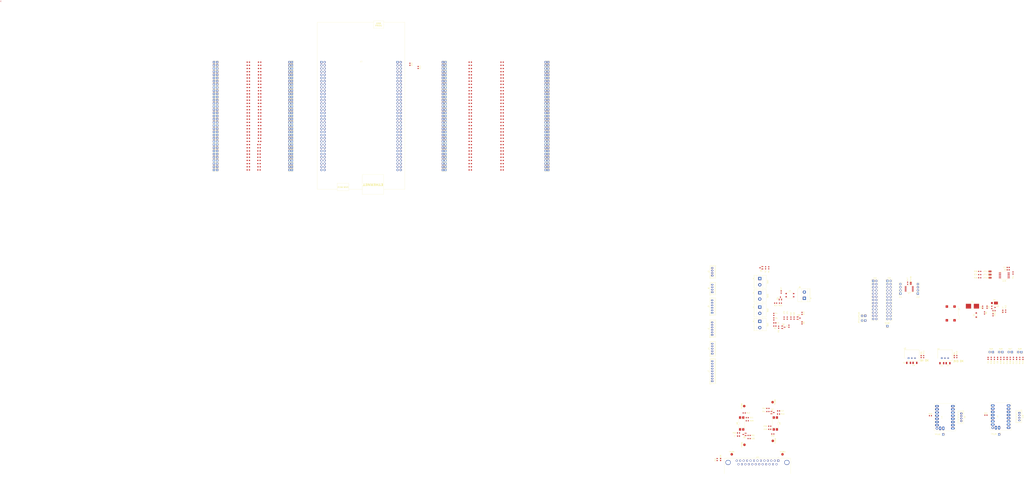
<source format=kicad_pcb>
(kicad_pcb (version 20241229) (generator "pcbnew") (generator_version "9.0")
  (layers (0 "F.Cu" signal) (2 "B.Cu" signal) (13 "F.Paste" user) (15 "B.Paste" user) (5 "F.SilkS" user "F.Silkscreen") (7 "B.SilkS" user "B.Silkscreen") (1 "F.Mask" user) (3 "B.Mask" user) (25 "Edge.Cuts" user))
  (net 0 "")
  (net 1 "/MOT_ENN_DEBOUNCED")
  (net 2 "GND")
  (net 3 "+24V")
  (net 4 "+5V")
  (net 5 "+3V3")
  (net 6 "GND_TRG")
  (net 7 "VCC_TRG")
  (net 8 "/BTN_ONBRD_EXTRA1")
  (net 9 "/BTN_ONBRD_EXTRA2")
  (net 10 "/BTN_ONBRD_EXTRA3")
  (net 11 "/BTN_ONBRD_EXTRA4")
  (net 12 "Net-(D1-A2)")
  (net 13 "Net-(D2-K)")
  (net 14 "Net-(D5-K)")
  (net 15 "Net-(D8-A)")
  (net 16 "Net-(D6-K)")
  (net 17 "Net-(D7-K)")
  (net 18 "Net-(D8-K)")
  (net 19 "Net-(D9-K)")
  (net 20 "Net-(D10-K)")
  (net 21 "Net-(D10-A)")
  (net 22 "Net-(D11-A)")
  (net 23 "Net-(D11-K)")
  (net 24 "Net-(F1-Pad1)")
  (net 25 "Net-(J8-Pin_1)")
  (net 26 "Net-(J8-Pin_2)")
  (net 27 "/NUMPAD_VREF")
  (net 28 "/NUMPAD_A_OUT")
  (net 29 "/I2C_SCL")
  (net 30 "/OLED_~{RES}")
  (net 31 "/I2C_SDA")
  (net 32 "/NSS_LISTEN")
  (net 33 "/MISO_LISTEN")
  (net 34 "/MOSI_LISTEN")
  (net 35 "/CLK_LISTEN")
  (net 36 "/CLK_LISTEN_EXTERNAL")
  (net 37 "/MISO_LISTEN_EXTERNAL")
  (net 38 "/NSS_LISTEN_EXTERNAL")
  (net 39 "/MOSI_LISTEN_EXTERNAL")
  (net 40 "Net-(J9-Pin_4)")
  (net 41 "Net-(J9-Pin_3)")
  (net 42 "Net-(J9-Pin_2)")
  (net 43 "Net-(J9-Pin_1)")
  (net 44 "Net-(J10-Pin_1)")
  (net 45 "Net-(J10-Pin_2)")
  (net 46 "Net-(J10-Pin_3)")
  (net 47 "Net-(J10-Pin_4)")
  (net 59 "VCC_SPI")
  (net 65 "/SPI_MISO")
  (net 66 "/CS_ENCODER1")
  (net 67 "/SPI_SCK")
  (net 68 "/SPI_MOSI")
  (net 69 "/CS_ENCODER2")
  (net 76 "Net-(J13-Pin_23)")
  (net 81 "/SIMU_TRG_RB")
  (net 83 "Net-(J13-Pin_25)")
  (net 86 "/SIMU_TRG_SIGNAL")
  (net 99 "/BTN_MEMSLOT")
  (net 100 "/BTN_FIX_AX")
  (net 101 "/BTN_EXTERNAL_EXTRA")
  (net 102 "/BTN_FREE_MOOVE")
  (net 103 "/BTN_OK")
  (net 104 "/BTN_TRACKED_AX")
  (net 105 "/BTN_SET")
  (net 108 "Net-(JP3-A)")
  (net 109 "Net-(JP4-A)")
  (net 110 "Net-(JP6-A)")
  (net 111 "/MOT1_STEP")
  (net 112 "Net-(JP4-B)")
  (net 113 "Net-(JP7-A)")
  (net 114 "Net-(JP5-B)")
  (net 115 "Net-(JP8-A)")
  (net 116 "Net-(JP9-A)")
  (net 117 "Net-(JP10-A)")
  (net 118 "Net-(JP11-A)")
  (net 119 "Net-(JP12-A)")
  (net 120 "Net-(JP13-B)")
  (net 121 "Net-(JP13-A)")
  (net 122 "Net-(JP14-A)")
  (net 123 "Net-(JP14-B)")
  (net 124 "Net-(JP15-A)")
  (net 125 "Net-(JP15-B)")
  (net 126 "Net-(JP16-B)")
  (net 127 "Net-(JP16-A)")
  (net 128 "Net-(JP17-A)")
  (net 129 "Net-(JP17-B)")
  (net 130 "Net-(JP5-A)")
  (net 131 "Net-(JP18-A)")
  (net 132 "Net-(JP19-B)")
  (net 133 "Net-(JP19-A)")
  (net 134 "Net-(JP20-A)")
  (net 135 "Net-(JP20-B)")
  (net 136 "Net-(JP21-A)")
  (net 137 "/MOT2_STEP")
  (net 138 "Net-(JP22-A)")
  (net 139 "Net-(JP10-B)")
  (net 140 "Net-(JP23-B)")
  (net 141 "Net-(JP23-A)")
  (net 142 "Net-(JP24-A)")
  (net 143 "Net-(JP25-B)")
  (net 144 "Net-(JP25-A)")
  (net 145 "Net-(JP26-B)")
  (net 146 "Net-(JP26-A)")
  (net 147 "Net-(JP27-A)")
  (net 148 "Net-(JP28-A)")
  (net 149 "Net-(JP28-B)")
  (net 150 "Net-(JP11-B)")
  (net 151 "Net-(JP29-A)")
  (net 152 "Net-(JP30-A)")
  (net 153 "Net-(JP31-A)")
  (net 154 "Net-(JP32-A)")
  (net 155 "Net-(JP33-B)")
  (net 156 "Net-(JP33-A)")
  (net 157 "Net-(JP34-A)")
  (net 158 "Net-(JP35-A)")
  (net 159 "Net-(JP12-B)")
  (net 160 "Net-(JP21-B)")
  (net 161 "Net-(JP36-A)")
  (net 162 "Net-(JP37-A)")
  (net 163 "Net-(JP24-B)")
  (net 164 "Net-(JP38-A)")
  (net 165 "/TRG_SIGNAL")
  (net 166 "Net-(JP39-A)")
  (net 167 "Net-(JP40-A)")
  (net 168 "Net-(JP41-A)")
  (net 169 "Net-(JP42-A)")
  (net 170 "Net-(JP43-A)")
  (net 171 "Net-(JP44-A)")
  (net 172 "Net-(JP45-A)")
  (net 173 "Net-(JP46-A)")
  (net 174 "Net-(JP47-A)")
  (net 175 "Net-(JP48-A)")
  (net 176 "Net-(JP49-A)")
  (net 177 "Net-(JP50-A)")
  (net 178 "Net-(JP51-A)")
  (net 179 "/MOT1_DIAG")
  (net 180 "/MOT2_DIAG")
  (net 181 "Net-(JP52-A)")
  (net 182 "Net-(JP53-A)")
  (net 183 "Net-(JP53-B)")
  (net 184 "/MOT1_DIR")
  (net 185 "Net-(JP54-A)")
  (net 186 "Net-(JP55-A)")
  (net 187 "/MOT1_SPREAD")
  (net 188 "Net-(JP56-A)")
  (net 189 "/MOT1_MS1")
  (net 190 "/MOT1_MS2")
  (net 191 "Net-(JP57-A)")
  (net 192 "/MOT2_DIR")
  (net 193 "Net-(JP58-A)")
  (net 194 "Net-(JP59-A)")
  (net 195 "/MOT2_SPREAD")
  (net 196 "Net-(JP60-A)")
  (net 197 "/MOT2_MS1")
  (net 198 "Net-(JP61-A)")
  (net 199 "/MOT2_MS2")
  (net 200 "/GPIO_MOT_ENN")
  (net 201 "Net-(JP62-A)")
  (net 202 "Net-(JP63-A)")
  (net 203 "Net-(JP64-A)")
  (net 204 "Net-(JP65-A)")
  (net 205 "/TRG_RB_OUT")
  (net 206 "Net-(JP66-A)")
  (net 207 "Net-(JP27-B)")
  (net 208 "Net-(JP67-A)")
  (net 209 "Net-(JP30-B)")
  (net 210 "Net-(JP68-A)")
  (net 211 "Net-(JP69-A)")
  (net 212 "Net-(JP32-B)")
  (net 213 "Net-(JP34-B)")
  (net 214 "Net-(JP70-A)")
  (net 215 "Net-(JP71-A)")
  (net 216 "Net-(JP50-B)")
  (net 217 "Net-(JP72-A)")
  (net 218 "Net-(JP51-B)")
  (net 219 "Net-(JP73-A)")
  (net 220 "Net-(JP74-B)")
  (net 221 "Net-(JP74-A)")
  (net 222 "Net-(JP75-A)")
  (net 223 "Net-(JP52-B)")
  (net 224 "Net-(JP76-B)")
  (net 225 "Net-(JP76-A)")
  (net 226 "Net-(JP77-A)")
  (net 227 "Net-(JP77-B)")
  (net 228 "Net-(JP54-B)")
  (net 229 "Net-(JP78-A)")
  (net 230 "Net-(JP79-B)")
  (net 231 "Net-(JP79-A)")
  (net 232 "Net-(JP80-A)")
  (net 233 "Net-(JP81-A)")
  (net 234 "Net-(JP55-B)")
  (net 235 "/PDN_UART_MOT1")
  (net 236 "Net-(JP82-A)")
  (net 237 "Net-(JP83-A)")
  (net 238 "Net-(JP56-B)")
  (net 239 "Net-(JP84-B)")
  (net 240 "Net-(JP84-A)")
  (net 241 "Net-(JP85-A)")
  (net 242 "Net-(JP57-B)")
  (net 243 "Net-(JP86-A)")
  (net 244 "Net-(JP86-B)")
  (net 245 "/PDN_UART_MOT2")
  (net 246 "Net-(JP87-A)")
  (net 247 "Net-(JP88-B)")
  (net 248 "Net-(JP88-A)")
  (net 249 "Net-(JP89-B)")
  (net 250 "Net-(JP89-A)")
  (net 251 "Net-(JP90-A)")
  (net 252 "Net-(JP58-B)")
  (net 253 "Net-(JP91-B)")
  (net 254 "Net-(JP91-A)")
  (net 255 "Net-(JP92-B)")
  (net 256 "Net-(JP92-A)")
  (net 257 "Net-(JP93-B)")
  (net 258 "Net-(JP93-A)")
  (net 259 "Net-(JP94-B)")
  (net 260 "Net-(JP94-A)")
  (net 261 "Net-(JP95-B)")
  (net 262 "Net-(JP95-A)")
  (net 263 "Net-(JP96-A)")
  (net 264 "Net-(JP96-B)")
  (net 265 "Net-(JP97-A)")
  (net 266 "Net-(JP97-B)")
  (net 267 "Net-(JP59-B)")
  (net 268 "Net-(JP98-B)")
  (net 269 "Net-(JP98-A)")
  (net 270 "Net-(JP99-B)")
  (net 271 "Net-(JP99-A)")
  (net 272 "Net-(JP100-B)")
  (net 273 "Net-(JP100-A)")
  (net 274 "Net-(JP101-A)")
  (net 275 "Net-(JP101-B)")
  (net 276 "Net-(JP102-B)")
  (net 277 "Net-(JP61-B)")
  (net 278 "Net-(JP102-A)")
  (net 279 "Net-(JP103-B)")
  (net 280 "Net-(JP103-A)")
  (net 281 "Net-(JP104-B)")
  (net 282 "Net-(JP104-A)")
  (net 283 "Net-(JP62-B)")
  (net 284 "Net-(JP105-A)")
  (net 285 "Net-(JP63-B)")
  (net 286 "Net-(JP106-A)")
  (net 287 "Net-(JP64-B)")
  (net 288 "Net-(JP107-A)")
  (net 289 "Net-(JP108-A)")
  (net 290 "Net-(JP65-B)")
  (net 291 "Net-(JP66-B)")
  (net 292 "Net-(JP109-A)")
  (net 293 "Net-(JP110-A)")
  (net 295 "Net-(JP111-A)")
  (net 296 "Net-(JP112-A)")
  (net 299 "Net-(JP113-A)")
  (net 301 "Net-(JP114-A)")
  (net 302 "Net-(JP115-A)")
  (net 304 "Net-(JP116-A)")
  (net 306 "Net-(JP73-B)")
  (net 307 "Net-(JP117-A)")
  (net 308 "Net-(JP118-A)")
  (net 309 "/MOT_ENN")
  (net 310 "/~{MOT_ENN_DEBOUNCED}")
  (net 311 "Net-(Q1-D)")
  (net 312 "Net-(Q1-G)")
  (net 313 "Net-(Q2-G)")
  (net 314 "Net-(Q3-G)")
  (net 315 "Net-(Q4-G)")
  (net 316 "Net-(Q5-G)")
  (net 317 "Net-(JP80-B)")
  (net 318 "Net-(Q6-G)")
  (net 319 "Net-(Q6-D)")
  (net 320 "Net-(JP87-B)")
  (net 321 "Net-(JP118-B)")
  (net 322 "Net-(JP119-B)")
  (net 323 "Net-(JP119-A)")
  (net 324 "Net-(JP120-A)")
  (net 325 "Net-(JP120-B)")
  (net 326 "Net-(JP121-A)")
  (net 327 "Net-(JP122-A)")
  (net 329 "Net-(JP123-A)")
  (net 332 "Net-(JP124-A)")
  (net 333 "Net-(JP125-A)")
  (net 336 "/MOT2_INDEX")
  (net 337 "/MOT1_INDEX")
  (net 338 "Net-(JP126-A)")
  (net 340 "Net-(JP127-A)")
  (net 341 "Net-(JP128-A)")
  (net 344 "Net-(JP129-A)")
  (net 345 "Net-(JP130-A)")
  (net 347 "Net-(JP131-A)")
  (net 348 "Net-(JP133-A)")
  (net 349 "Net-(JP135-A)")
  (net 350 "Net-(JP136-A)")
  (net 351 "Net-(Q4-D)")
  (net 352 "Net-(Q7-G)")
  (net 355 "Net-(Q7-D)")
  (net 356 "Net-(SW1-B)")
  (net 357 "Net-(R17-Pad2)")
  (net 358 "Net-(R20-Pad2)")
  (net 359 "Net-(R21-Pad2)")
  (net 360 "Net-(R25-Pad1)")
  (net 361 "Net-(R27-Pad1)")
  (net 362 "Net-(R33-Pad1)")
  (net 363 "Net-(R37-Pad1)")
  (net 364 "Net-(R40-Pad1)")
  (net 365 "Net-(U10-WP)")
  (net 366 "Net-(R45-Pad1)")
  (net 367 "Net-(SW1-A)")
  (net 368 "Net-(SW2-A)")
  (net 369 "Net-(SW3-A)")
  (net 370 "Net-(JP132-A)")
  (net 371 "Net-(JP134-A)")
  (net 372 "Net-(JP137-A)")
  (net 373 "Net-(JP138-A)")
  (net 374 "Net-(JP139-A)")
  (net 375 "Net-(JP140-A)")
  (net 376 "Net-(JP141-A)")
  (net 377 "Net-(JP142-A)")
  (net 378 "Net-(JP143-A)")
  (net 379 "Net-(JP145-A)")
  (net 380 "Net-(JP147-A)")
  (net 381 "Net-(JP148-A)")
  (footprint "Connector_PinSocket_2.54mm:PinSocket_1x01_P2.54mm_Vertical" (layer "F.Cu") (at -191.516 -71.12)
    (property "Reference" "TP184")
    (property "Value" "TestPoint_Small")
  )
  (footprint "Resistor_SMD:R_0603_1608Metric_Pad0.98x0.95mm_HandSolder" (layer "F.Cu") (at -146.097 -111.76)
    (property "Reference" "JP87")
    (property "Value" "SolderJumper_2_Open")
  )
  (footprint "Connector_PinSocket_2.54mm:PinSocket_1x01_P2.54mm_Vertical" (layer "F.Cu") (at -111.252 -119.38)
    (property "Reference" "TP74")
    (property "Value" "TestPoint_Small")
  )
  (footprint "Connector_PinHeader_2.54mm:PinHeader_2x13_P2.54mm_Vertical" (layer "F.Cu") (at 151.13 30.48)
    (property "Reference" "J13")
    (property "Value" "1761681-9")
  )
  (footprint "Connector_PinSocket_2.54mm:PinSocket_1x02_P2.54mm_Vertical" (layer "F.Cu") (at 247.015 87.44 -90)
    (property "Reference" "SW5")
    (property "Value" "SW_Push")
  )
  (footprint "Resistor_SMD:R_0603_1608Metric_Pad0.98x0.95mm_HandSolder" (layer "F.Cu") (at -349.4005 -129.54 180)
    (property "Reference" "JP16")
    (property "Value" "SolderJumper_2_Open")
  )
  (footprint "Connector_PinSocket_2.54mm:PinSocket_1x01_P2.54mm_Vertical" (layer "F.Cu") (at -191.516 -132.08)
    (property "Reference" "TP13")
    (property "Value" "TestPoint_Small")
  )
  (footprint "Connector_PinSocket_2.54mm:PinSocket_1x01_P2.54mm_Vertical" (layer "F.Cu") (at -193.548 -71.12)
    (property "Reference" "TP181")
    (property "Value" "TestPoint_Small")
  )
  (footprint "Resistor_SMD:R_0603_1608Metric" (layer "F.Cu") (at 66.82 132.605 180)
    (property "Reference" "R43")
    (property "Value" "1k")
  )
  (footprint "Connector_PinSocket_2.54mm:PinSocket_1x01_P2.54mm_Vertical" (layer "F.Cu") (at -374.396 -142.24)
    (property "Reference" "TP209")
    (property "Value" "TestPoint_Small")
  )
  (footprint "Connector_PinSocket_2.54mm:PinSocket_1x01_P2.54mm_Vertical" (layer "F.Cu") (at -376.936 -96.52)
    (property "Reference" "TP211")
    (property "Value" "TestPoint_Small")
  )
  (footprint "Capacitor_SMD:C_1206_3216Metric" (layer "F.Cu") (at 179.57 96.115008)
    (property "Reference" "C2")
    (property "Value" "22u, 35V")
  )
  (footprint "Resistor_SMD:R_0603_1608Metric_Pad0.98x0.95mm_HandSolder" (layer "F.Cu") (at -146.097 -109.22)
    (property "Reference" "JP86")
    (property "Value" "SolderJumper_2_Open")
  )
  (footprint "Resistor_SMD:R_0603_1608Metric_Pad0.98x0.95mm_HandSolder" (layer "F.Cu") (at -349.4005 -144.78 180)
    (property "Reference" "JP29")
    (property "Value" "SolderJumper_2_Open")
  )
  (footprint "Connector_PinSocket_2.54mm:PinSocket_1x01_P2.54mm_Vertical" (layer "F.Cu") (at -376.936 -68.58)
    (property "Reference" "TP98")
    (property "Value" "TestPoint_Small")
  )
  (footprint "Connector_PinSocket_2.54mm:PinSocket_1x01_P2.54mm_Vertical" (layer "F.Cu") (at -111.252 -66.04)
    (property "Reference" "TP281")
    (property "Value" "TestPoint_Small")
  )
  (footprint "Resistor_SMD:R_0603_1608Metric" (layer "F.Cu") (at 94.1525 56.475 -90)
    (property "Reference" "R19")
    (property "Value" "330R")
  )
  (footprint "Connector_PinSocket_2.54mm:PinSocket_1x01_P2.54mm_Vertical" (layer "F.Cu") (at -374.396 -119.38)
    (property "Reference" "TP274")
    (property "Value" "TestPoint_Small")
  )
  (footprint "Connector_PinSocket_2.54mm:PinSocket_1x01_P2.54mm_Vertical" (layer "F.Cu") (at -111.252 -104.14)
    (property "Reference" "TP75")
    (property "Value" "TestPoint_Small")
  )
  (footprint "Resistor_SMD:R_0603_1608Metric_Pad0.98x0.95mm_HandSolder" (layer "F.Cu") (at -340.36 -91.44 180)
    (property "Reference" "JP54")
    (property "Value" "SolderJumper_2_Open")
  )
  (footprint "Connector_PinSocket_2.54mm:PinSocket_1x01_P2.54mm_Vertical" (layer "F.Cu") (at -109.22 -93.98)
    (property "Reference" "TP233")
    (property "Value" "TestPoint_Small")
  )
  (footprint "Connector_PinSocket_2.54mm:PinSocket_1x01_P2.54mm_Vertical" (layer "F.Cu") (at -374.396 -109.22)
    (property "Reference" "TP66")
    (property "Value" "TestPoint_Small")
  )
  (footprint "Resistor_SMD:R_0603_1608Metric" (layer "F.Cu") (at 85.2625 60.285 90)
    (property "Reference" "R16")
    (property "Value" "100R")
  )
  (footprint "Connector_PinSocket_2.54mm:PinSocket_1x01_P2.54mm_Vertical" (layer "F.Cu") (at -376.936 -129.54)
    (property "Reference" "TP78")
    (property "Value" "TestPoint_Small")
  )
  (footprint "Connector_PinSocket_2.54mm:PinSocket_1x01_P2.54mm_Vertical" (layer "F.Cu") (at -314.452 -139.7)
    (property "Reference" "TP239")
    (property "Value" "TestPoint_Small")
  )
  (footprint "Connector_PinSocket_2.54mm:PinSocket_1x01_P2.54mm_Vertical" (layer "F.Cu") (at -314.452 -104.14)
    (property "Reference" "TP137")
    (property "Value" "TestPoint_Small")
  )
  (footprint "Resistor_SMD:R_0603_1608Metric_Pad0.98x0.95mm_HandSolder" (layer "F.Cu") (at -349.4005 -78.74 180)
    (property "Reference" "JP105")
    (property "Value" "SolderJumper_2_Open")
  )
  (footprint "Connector_PinSocket_2.54mm:PinSocket_1x01_P2.54mm_Vertical" (layer "F.Cu") (at -316.484 -66.04)
    (property "Reference" "TP58")
    (property "Value" "TestPoint_Small")
  )
  (footprint "Connector_PinSocket_2.54mm:PinSocket_1x01_P2.54mm_Vertical" (layer "F.Cu") (at -316.484 -119.38)
    (property "Reference" "TP144")
    (property "Value" "TestPoint_Small")
  )
  (footprint "Connector_PinSocket_2.54mm:PinSocket_1x01_P2.54mm_Vertical" (layer "F.Cu") (at -111.252 -96.52)
    (property "Reference" "TP276")
    (property "Value" "TestPoint_Small")
  )
  (footprint "Connector_PinSocket_2.54mm:PinSocket_1x01_P2.54mm_Vertical" (layer "F.Cu") (at -374.396 -134.62)
    (property "Reference" "TP190")
    (property "Value" "TestPoint_Small")
  )
  (footprint "Connector_PinSocket_2.54mm:PinSocket_1x01_P2.54mm_Vertical" (layer "F.Cu") (at -374.396 -99.06)
    (property "Reference" "TP81")
    (property "Value" "TestPoint_Small")
  )
  (footprint "Resistor_SMD:R_0603_1608Metric" (layer "F.Cu") (at 51.78 154.255 180)
    (property "Reference" "R31")
    (property "Value" "100k")
  )
  (footprint "Resistor_SMD:R_0603_1608Metric_Pad0.98x0.95mm_HandSolder" (layer "F.Cu") (at -171.6005 -81.28)
    (property "Reference" "JP49")
    (property "Value" "SolderJumper_2_Open")
  )
  (footprint "Resistor_SMD:R_0603_1608Metric_Pad0.98x0.95mm_HandSolder" (layer "F.Cu") (at -340.36 -86.36 180)
    (property "Reference" "JP39")
    (property "Value" "SolderJumper_2_Open")
  )
  (footprint "Connector_PinSocket_2.54mm:PinSocket_1x01_P2.54mm_Vertical" (layer "F.Cu") (at -109.22 -114.3)
    (property "Reference" "TP206")
    (property "Value" "TestPoint_Small")
  )
  (footprint "Resistor_SMD:R_0603_1608Metric_Pad0.98x0.95mm_HandSolder" (layer "F.Cu") (at -349.4005 -132.08 180)
    (property "Reference" "JP112")
    (property "Value" "SolderJumper_2_Open")
  )
  (footprint "Connector_PinSocket_2.54mm:PinSocket_1x01_P2.54mm_Vertical" (layer "F.Cu") (at -191.516 -81.28)
    (property "Reference" "TP42")
    (property "Value" "TestPoint_Small")
  )
  (footprint "Resistor_SMD:R_0603_1608Metric_Pad0.98x0.95mm_HandSolder" (layer "F.Cu") (at -146.097 -114.3)
    (property "Reference" "JP88")
    (property "Value" "SolderJumper_2_Open")
  )
  (footprint "Resistor_SMD:R_0603_1608Metric_Pad0.98x0.95mm_HandSolder" (layer "F.Cu") (at -146.097 -144.78)
    (property "Reference" "JP27")
    (property "Value" "SolderJumper_2_Open")
  )
  (footprint "Resistor_SMD:R_0603_1608Metric_Pad0.98x0.95mm_HandSolder" (layer "F.Cu") (at -146.097 -132.08)
    (property "Reference" "JP15")
    (property "Value" "SolderJumper_2_Open")
  )
  (footprint "Resistor_SMD:R_0603_1608Metric_Pad0.98x0.95mm_HandSolder" (layer "F.Cu") (at -349.4005 -60.96 180)
    (property "Reference" "JP70")
    (property "Value" "SolderJumper_2_Open")
  )
  (footprint "Connector_PinSocket_2.54mm:PinSocket_1x01_P2.54mm_Vertical" (layer "F.Cu") (at -314.452 -132.08)
    (property "Reference" "TP244")
    (property "Value" "TestPoint_Small")
  )
  (footprint "Resistor_SMD:R_0603_1608Metric" (layer "F.Cu") (at 76.835 48.26 180)
    (property "Reference" "R15")
    (property "Value" "100k")
  )
  (footprint "Connector_PinSocket_2.54mm:PinSocket_1x01_P2.54mm_Vertical" (layer "F.Cu") (at -191.516 -86.36)
    (property "Reference" "TP168")
    (property "Value" "TestPoint_Small")
  )
  (footprint "Resistor_SMD:R_0603_1608Metric_Pad0.98x0.95mm_HandSolder" (layer "F.Cu") (at -146.097 -63.5)
    (property "Reference" "JP59")
    (property "Value" "SolderJumper_2_Open")
  )
  (footprint "Resistor_SMD:R_0603_1608Metric_Pad0.98x0.95mm_HandSolder" (layer "F.Cu") (at -171.6005 -86.36)
    (property "Reference" "JP45")
    (property "Value" "SolderJumper_2_Open")
  )
  (footprint "Connector_PinSocket_2.54mm:PinSocket_1x01_P2.54mm_Vertical" (layer "F.Cu") (at -191.516 -76.2)
    (property "Reference" "TP44")
    (property "Value" "TestPoint_Small")
  )
  (footprint "Resistor_SMD:R_0603_1608Metric" (layer "F.Cu") (at 260.985 92.52 -90)
    (property "Reference" "R38")
    (property "Value" "10k")
  )
  (footprint "Connector_PinSocket_2.54mm:PinSocket_1x01_P2.54mm_Vertical" (layer "F.Cu") (at -376.936 -134.62)
    (property "Reference" "TP229")
    (property "Value" "TestPoint_Small")
  )
  (footprint "Connector_PinSocket_2.54mm:PinSocket_1x01_P2.54mm_Vertical" (layer "F.Cu") (at -316.484 -83.82)
    (property "Reference" "TP257")
    (property "Value" "TestPoint_Small")
  )
  (footprint "Connector_PinSocket_2.54mm:PinSocket_1x01_P2.54mm_Vertical" (layer "F.Cu") (at -374.396 -86.36)
    (property "Reference" "TP101")
    (property "Value" "TestPoint_Small")
  )
  (footprint "Connector_PinSocket_2.54mm:PinSocket_1x01_P2.54mm_Vertical" (layer "F.Cu") (at -314.452 -124.46)
    (property "Reference" "TP242")
    (property "Value" "TestPoint_Small")
  )
  (footprint "Capacitor_SMD:C_1206_3216Metric" (layer "F.Cu") (at 211.135 96.365008 180)
    (property "Reference" "C4")
    (property "Value" "22u, 35V")
  )
  (footprint "Resistor_SMD:R_0603_1608Metric_Pad0.98x0.95mm_HandSolder" (layer "F.Cu") (at -146.097 -73.66)
    (property "Reference" "JP108")
    (property "Value" "SolderJumper_2_Open")
  )
  (footprint "Connector_PinSocket_2.54mm:PinSocket_1x01_P2.54mm_Vertical" (layer "F.Cu") (at -191.516 -63.5)
    (property "Reference" "TP57")
    (property "Value" "TestPoint_Small")
  )
  (footprint "Resistor_SMD:R_0603_1608Metric_Pad0.98x0.95mm_HandSolder" (layer "F.Cu") (at -340.36 -127 180)
    (property "Reference" "JP125")
    (property "Value" "SolderJumper_2_Open")
  )
  (footprint "Connector_PinSocket_2.54mm:PinSocket_1x01_P2.54mm_Vertical" (layer "F.Cu") (at -193.548 -132.08)
    (property "Reference" "TP6")
    (property "Value" "TestPoint_Small")
  )
  (footprint "Connector_PinSocket_2.54mm:PinSocket_1x01_P2.54mm_Vertical" (layer "F.Cu") (at -111.252 -124.46)
    (property "Reference" "TP197")
    (property "Value" "TestPoint_Small")
  )
  (footprint "Resistor_SMD:R_0603_1608Metric_Pad0.98x0.95mm_HandSolder" (layer "F.Cu") (at -146.097 -71.12)
    (property "Reference" "JP120")
    (property "Value" "SolderJumper_2_Open")
  )
  (footprint "Connector_PinSocket_2.54mm:PinSocket_1x01_P2.54mm_Vertical" (layer "F.Cu") (at -316.484 -63.5)
    (property "Reference" "TP61")
    (property "Value" "TestPoint_Small")
  )
  (footprint "Connector_PinSocket_2.54mm:PinSocket_1x01_P2.54mm_Vertical" (layer "F.Cu") (at -111.252 -137.16)
    (property "Reference" "TP269")
    (property "Value" "TestPoint_Small")
  )
  (footprint "Resistor_SMD:R_0603_1608Metric_Pad0.98x0.95mm_HandSolder" (layer "F.Cu") (at -340.868 -66.04 180)
    (property "Reference" "JP66")
    (property "Value" "SolderJumper_2_Open")
  )
  (footprint "Resistor_SMD:R_0603_1608Metric" (layer "F.Cu") (at -219.964 -143.065 -90)
    (property "Reference" "R22")
    (property "Value" "4k7")
  )
  (footprint "TerminalBlock_Phoenix:TerminalBlock_Phoenix_MKDS-1,5-2_1x02_P5.00mm_Horizontal" (layer "F.Cu") (at 60.325 62.865 -90)
    (property "Reference" "SW1")
    (property "Value" "EmergencyStop")
  )
  (footprint "Resistor_SMD:R_0603_1608Metric_Pad0.98x0.95mm_HandSolder" (layer "F.Cu") (at -340.4635 -83.82 180)
    (property "Reference" "JP40")
    (property "Value" "SolderJumper_2_Open")
  )
  (footprint "Resistor_SMD:R_0603_1608Metric_Pad0.98x0.95mm_HandSolder" (layer "F.Cu") (at -171.6005 -139.7)
    (property "Reference" "JP82")
    (property "Value" "SolderJumper_2_Open")
  )
  (footprint "Connector_PinSocket_2.54mm:PinSocket_1x01_P2.54mm_Vertical" (layer "F.Cu") (at -316.484 -96.52)
    (property "Reference" "TP157")
    (property "Value" "TestPoint_Small")
  )
  (footprint "Resistor_SMD:R_0603_1608Metric_Pad0.98x0.95mm_HandSolder" (layer "F.Cu") (at -349.4005 -71.12 180)
    (property "Reference" "JP51")
    (property "Value" "SolderJumper_2_Open")
  )
  (footprint "Resistor_SMD:R_0603_1608Metric" (layer "F.Cu") (at 47.855 136.255 180)
    (property "Reference" "R42")
    (property "Value" "100R")
  )
  (footprint "Connector_PinSocket_2.54mm:PinSocket_1x01_P2.54mm_Vertical" (layer "F.Cu") (at -111.252 -142.24)
    (property "Reference" "TP199")
    (property "Value" "TestPoint_Small")
  )
  (footprint "Connector_PinSocket_2.54mm:PinSocket_1x01_P2.54mm_Vertical" (layer "F.Cu") (at -193.548 -93.98)
    (property "Reference" "TP166")
    (property "Value" "TestPoint_Small")
  )
  (footprint "Connector_PinSocket_2.54mm:PinSocket_1x01_P2.54mm_Vertical" (layer "F.Cu") (at -376.936 -86.36)
    (property "Reference" "TP100")
    (property "Value" "TestPoint_Small")
  )
  (footprint "Resistor_SMD:R_0603_1608Metric_Pad0.98x0.95mm_HandSolder" (layer "F.Cu") (at -171.6005 -114.3)
    (property "Reference" "JP83")
    (property "Value" "SolderJumper_2_Open")
  )
  (footprint "Connector_PinSocket_2.54mm:PinSocket_1x01_P2.54mm_Vertical" (layer "F.Cu") (at -193.548 -101.6)
    (property "Reference" "TP3")
    (property "Value" "TestPoint_Small")
  )
  (footprint "Connector_JST:JST_PH_B4B-PH-K_1x04_P2.00mm_Vertical" (layer "F.Cu") (at 22.225 39.48 90)
    (property "Reference" "J6")
    (property "Value" "Conn_01x04_Pin")
  )
  (footprint "Package_SO:SO-4_4.4x4.3mm_P2.54mm" (layer "F.Cu") (at 84.455 41.91)
    (property "Reference" "U4")
    (property "Value" "ASSR-1218")
  )
  (footprint "Connector_PinSocket_2.54mm:PinSocket_1x01_P2.54mm_Vertical" (layer "F.Cu") (at -374.396 -137.16)
    (property "Reference" "TP280")
    (property "Value" "TestPoint_Small")
  )
  (footprint "Resistor_SMD:R_0603_1608Metric_Pad0.98x0.95mm_HandSolder" (layer "F.Cu") (at -171.6005 -101.6)
    (property "Reference" "JP5")
    (property "Value" "SolderJumper_2_Open")
  )
  (footprint "Connector_JST:JST_PH_B6B-PH-K_1x06_P2.00mm_Vertical" (layer "F.Cu") (at 22.14 73.69 90)
    (property "Reference" "J1")
    (property "Value" "Conn_01x06_Pin")
  )
  (footprint "Connector_PinSocket_2.54mm:PinSocket_1x01_P2.54mm_Vertical" (layer "F.Cu") (at -193.548 -127)
    (property "Reference" "TP8")
    (property "Value" "TestPoint_Small")
  )
  (footprint "Connector_PinSocket_2.54mm:PinSocket_1x01_P2.54mm_Vertical" (layer "F.Cu") (at -374.396 -116.84)
    (property "Reference" "TP263")
    (property "Value" "TestPoint_Small")
  )
  (footprint "Resistor_SMD:R_0603_1608Metric_Pad0.98x0.95mm_HandSolder" (layer "F.Cu") (at -146.097 -96.52)
    (property "Reference" "JP43")
    (property "Value" "SolderJumper_2_Open")
  )
  (footprint "Connector_PinSocket_2.54mm:PinSocket_1x01_P2.54mm_Vertical" (layer "F.Cu") (at -316.484 -121.92)
    (property "Reference" "TP250")
    (property "Value" "TestPoint_Small")
  )
  (footprint "Connector_PinSocket_2.54mm:PinSocket_1x01_P2.54mm_Vertical" (layer "F.Cu") (at -376.936 -71.12)
    (property "Reference" "TP113")
    (property "Value" "TestPoint_Small")
  )
  (footprint "Connector_PinSocket_2.54mm:PinSocket_1x01_P2.54mm_Vertical" (layer "F.Cu") (at -111.252 -114.3)
    (property "Reference" "TP201")
    (property "Value" "TestPoint_Small")
  )
  (footprint "Resistor_SMD:R_0603_1608Metric_Pad0.98x0.95mm_HandSolder" (layer "F.Cu") (at -349.4005 -142.24 180)
    (property "Reference" "JP31")
    (property "Value" "SolderJumper_2_Open")
  )
  (footprint "Resistor_SMD:R_0603_1608Metric_Pad0.98x0.95mm_HandSolder" (layer "F.Cu") (at -146.097 -104.14)
    (property "Reference" "JP23")
    (property "Value" "SolderJumper_2_Open")
  )
  (footprint "TerminalBlock_Phoenix:TerminalBlock_Phoenix_MKDS-1,5-2_1x02_P5.00mm_Horizontal" (layer "F.Cu") (at 60.325 28.575 -90)
    (property "Reference" "SW4")
    (property "Value" "AdditionalSlot")
  )
  (footprint "Resistor_SMD:R_0603_1608Metric" (layer "F.Cu") (at 43.28 152.255)
    (property "Reference" "R33")
    (property "Value" "190R")
  )
  (footprint "Resistor_SMD:R_0603_1608Metric_Pad0.98x0.95mm_HandSolder" (layer "F.Cu") (at -340.36 -129.54 180)
    (property "Reference" "JP130")
    (property "Value" "SolderJumper_2_Open")
  )
  (footprint "Connector_PinSocket_2.54mm:PinSocket_1x01_P2.54mm_Vertical" (layer "F.Cu") (at -193.548 -83.82)
    (property "Reference" "TP45")
    (property "Value" "TestPoint_Small")
  )
  (footprint "Connector_PinSocket_2.54mm:PinSocket_1x01_P2.54mm_Vertical" (layer "F.Cu") (at -193.548 -76.2)
    (property "Reference" "TP46")
    (property "Value" "TestPoint_Small")
  )
  (footprint "Resistor_SMD:R_0603_1608Metric_Pad0.98x0.95mm_HandSolder" (layer "F.Cu") (at -349.4005 -99.06 180)
    (property "Reference" "JP22")
    (property "Value" "SolderJumper_2_Open")
  )
  (footprint "Connector_PinSocket_2.54mm:PinSocket_1x01_P2.54mm_Vertical" (layer "F.Cu") (at -191.516 -88.9)
    (property "Reference" "TP167")
    (property "Value" "TestPoint_Small")
  )
  (footprint "Package_TO_SOT_SMD:SOT-23" (layer "F.Cu") (at 79.215 67.585)
    (property "Reference" "Q2")
    (property "Value" "BSS138")
  )
  (footprint "Resistor_SMD:R_0603_1608Metric_Pad0.98x0.95mm_HandSolder" (layer "F.Cu") (at -340.36 -139.7 180)
    (property "Reference" "JP127")
    (property "Value" "SolderJumper_2_Open")
  )
  (footprint "Connector_PinSocket_2.54mm:PinSocket_1x01_P2.54mm_Vertical" (layer "F.Cu") (at -193.548 -66.04)
    (property "Reference" "TP256")
    (property "Value" "TestPoint_Small")
  )
  (footprint "Resistor_SMD:R_0603_1608Metric_Pad0.98x0.95mm_HandSolder" (layer "F.Cu") (at -146.097 -127)
    (property "Reference" "JP85")
    (property "Value" "SolderJumper_2_Open")
  )
  (footprint "Connector_PinSocket_2.54mm:PinSocket_1x01_P2.54mm_Vertical" (layer "F.Cu") (at -109.22 -88.9)
    (property "Reference" "TP221")
    (property "Value" "TestPoint_Small")
  )
  (footprint "Resistor_SMD:R_0603_1608Metric_Pad0.98x0.95mm_HandSolder" (layer "F.Cu") (at -349.4005 -124.46 180)
    (property "Reference" "JP18")
    (property "Value" "SolderJumper_2_Open")
  )
  (footprint "Resistor_SMD:R_0603_1608Metric" (layer "F.Cu") (at -213.36 -140.525 -90)
    (property "Reference" "R23")
    (property "Value" "4k7")
  )
  (footprint "Resistor_SMD:R_0603_1608Metric_Pad0.98x0.95mm_HandSolder" (layer "F.Cu") (at -146.097 -106.68)
    (property "Reference" "JP131")
    (property "Value" "SolderJumper_2_Open")
  )
  (footprint "Connector_PinSocket_2.54mm:PinSocket_1x01_P2.54mm_Vertical" (layer "F.Cu") (at -376.936 -104.14)
    (property "Reference" "TP262")
    (property "Value" "TestPoint_Small")
  )
  (footprint "Resistor_SMD:R_0603_1608Metric_Pad0.98x0.95mm_HandSolder" (layer "F.Cu") (at -171.6005 -111.76)
    (property "Reference" "JP77")
    (property "Value" "SolderJumper_2_Open")
  )
  (footprint "Resistor_SMD:R_0603_1608Metric_Pad0.98x0.95mm_HandSolder" (layer "F.Cu") (at -171.6005 -78.74)
    (property "Reference" "JP50")
    (property "Value" "SolderJumper_2_Open")
  )
  (footprint "Resistor_SMD:R_0603_1608Metric_Pad0.98x0.95mm_HandSolder" (layer "F.Cu") (at -340.36 -114.3 180)
    (property "Reference" "JP71")
    (property "Value" "SolderJumper_2_Open")
  )
  (footprint "Connector_JST:JST_PH_B9B-PH-K_1x09_P2.00mm_Vertical" (layer "F.Cu") (at 22.225 110.775 90)
    (property "Reference" "J7")
    (property "Value" "Conn_01x09_Pin")
  )
  (footprint "Connector_PinSocket_2.54mm:PinSocket_1x01_P2.54mm_Vertical" (layer "F.Cu") (at -111.252 -93.98)
    (property "Reference" "TP220")
    (property "Value" "TestPoint_Small")
  )
  (footprint "Resistor_SMD:R_0603_1608Metric" (layer "F.Cu") (at 66.82 135.105)
    (property "Reference" "R41")
    (property "Value" "100k")
  )
  (footprint "Connector_PinSocket_2.54mm:PinSocket_1x01_P2.54mm_Vertical" (layer "F.Cu") (at -316.484 -73.66)
    (property "Reference" "TP153")
    (property "Value" "TestPoint_Small")
  )
  (footprint "Resistor_SMD:R_0603_1608Metric_Pad0.98x0.95mm_HandSolder" (layer "F.Cu") (at -340.36 -111.76 180)
    (property "Reference" "JP3")
    (property "Value" "SolderJumper_2_Open")
  )
  (footprint "Resistor_SMD:R_0603_1608Metric_Pad0.98x0.95mm_HandSolder" (layer "F.Cu") (at -146.097 -121.92)
    (property "Reference" "JP135")
    (property "Value" "SolderJumper_2_Open")
  )
  (footprint "Connector_PinSocket_2.54mm:PinSocket_1x01_P2.54mm_Vertical" (layer "F.Cu") (at -374.396 -106.68)
    (property "Reference" "TP69")
    (property "Value" "TestPoint_Small")
  )
  (footprint "Resistor_SMD:R_0603_1608Metric_Pad0.98x0.95mm_HandSolder" (layer "F.Cu") (at -171.6005 -109.22)
    (property "Reference" "JP78")
    (property "Value" "SolderJumper_2_Open")
  )
  (footprint "Connector_PinSocket_2.54mm:PinSocket_1x01_P2.54mm_Vertical" (layer "F.Cu") (at -109.22 -109.22)
    (property "Reference" "TP204")
    (property "Value" "TestPoint_Small")
  )
  (footprint "Package_TO_SOT_SMD:SOT-23" (layer "F.Cu") (at 76.835 44.45 90)
    (property "Reference" "Q4")
    (property "Value" "BSS138")
  )
  (footprint "Resistor_SMD:R_0603_1608Metric_Pad0.98x0.95mm_HandSolder" (layer "F.Cu") (at -171.6005 -116.84)
    (property "Reference" "JP11")
    (property "Value" "SolderJumper_2_Open")
  )
  (footprint "Connector_PinSocket_2.54mm:PinSocket_1x01_P2.54mm_Vertical" (layer "F.Cu") (at -109.22 -129.54)
    (property "Reference" "TP76")
    (property "Value" "TestPoint_Small")
  )
  (footprint "Connector_PinSocket_2.54mm:PinSocket_1x01_P2.54mm_Vertical" (layer "F.Cu") (at -316.484 -101.6)
    (property "Reference" "TP19")
    (property "Value" "TestPoint_Small")
  )
  (footprint "Connector_PinSocket_2.54mm:PinSocket_1x01_P2.54mm_Vertical" (layer "F.Cu") (at -111.252 -60.96)
    (property "Reference" "TP120")
    (property "Value" "TestPoint_Small")
  )
  (footprint "Resistor_SMD:R_0603_1608Metric_Pad0.98x0.95mm_HandSolder" (layer "F.Cu") (at -171.6005 -124.46)
    (property "Reference" "JP79")
    (property "Value" "SolderJumper_2_Open")
  )
  (footprint "Connector_PinSocket_2.54mm:PinSocket_1x01_P2.54mm_Vertical" (layer "F.Cu") (at -374.396 -139.7)
    (property "Reference" "TP267")
    (property "Value" "TestPoint_Small")
  )
  (footprint "Connector_PinSocket_2.54mm:PinSocket_1x01_P2.54mm_Vertical" (layer "F.Cu") (at -316.484 -106.68)
    (property "Reference" "TP132")
    (property "Value" "TestPoint_Small")
  )
  (footprint "Connector_PinSocket_2.54mm:PinSocket_1x01_P2.54mm_Vertical" (layer "F.Cu") (at -191.516 -78.74)
    (property "Reference" "TP255")
    (property "Value" "TestPoint_Small")
  )
  (footprint "Connector_PinSocket_2.54mm:PinSocket_1x01_P2.54mm_Vertical" (layer "F.Cu") (at -109.22 -68.58)
    (property "Reference" "TP234")
    (property "Value" "TestPoint_Small")
  )
  (footprint "Resistor_SMD:R_0603_1608Metric_Pad0.98x0.95mm_HandSolder" (layer "F.Cu") (at -349.4005 -76.2 180)
    (property "Reference" "JP90")
    (property "Value" "SolderJumper_2_Open")
  )
  (footprint "Resistor_SMD:R_0603_1608Metric_Pad0.98x0.95mm_HandSolder" (layer "F.Cu") (at -171.6005 -76.2)
    (property "Reference" "JP48")
    (property "Value" "SolderJumper_2_Open")
  )
  (footprint "Resistor_SMD:R_0603_1608Metric_Pad0.98x0.95mm_HandSolder" (layer "F.Cu") (at -146.097 -68.58)
    (property "Reference" "JP116")
    (property "Value" "SolderJumper_2_Open")
  )
  (footprint "Connector_PinSocket_2.54mm:PinSocket_1x01_P2.54mm_Vertical" (layer "F.Cu") (at -109.22 -78.74)
    (property "Reference" "TP277")
    (property "Value" "TestPoint_Small")
  )
  (footprint "Capacitor_SMD:C_0603_1608Metric" (layer "F.Cu") (at 75.345 134.605)
    (property "Reference" "C12")
    (property "Value" "1u")
  )
  (footprint "Connector_PinSocket_2.54mm:PinSocket_1x01_P2.54mm_Vertical" (layer "F.Cu") (at -314.452 -76.2)
    (property "Reference" "TP178")
    (property "Value" "TestPoint_Small")
  )
  (footprint "Connector_PinSocket_2.54mm:PinSocket_1x01_P2.54mm_Vertical" (layer "F.Cu") (at -191.516 -83.82)
    (property "Reference" "TP183")
    (property "Value" "TestPoint_Small")
  )
  (footprint "Package_TO_SOT_SMD:TSOT-23" (layer "F.Cu") (at 247.464 51.727)
    (property "Reference" "Q3")
    (property "Value" "SI2369DS-T1-GE3")
  )
  (footprint "Connector_JST:JST_PH_B4B-PH-K_1x04_P2.00mm_Vertical" (layer "F.Cu") (at 22.225 26.145 90)
    (property "Reference" "J3")
    (property "Value" "Conn_01x04_Pin")
  )
  (footprint "Resistor_SMD:R_0603_1608Metric_Pad0.98x0.95mm_HandSolder" (layer "F.Cu") (at -146.097 -129.54)
    (property "Reference" "JP14")
    (property "Value" "SolderJumper_2_Open")
  )
  (footprint "Connector_PinSocket_2.54mm:PinSocket_1x01_P2.54mm_Vertical" (layer "F.Cu") (at -111.252 -71.12)
    (property "Reference" "TP235")
    (property "Value" "TestPoint_Small")
  )
  (footprint "Resistor_SMD:R_0603_1608Metric" (layer "F.Cu") (at 236.5 27.94)
    (property "Reference" "R30")
    (property "Value" "100k")
  )
  (footprint "Connector_PinSocket_2.54mm:PinSocket_1x01_P2.54mm_Vertical" (layer "F.Cu") (at -193.548 -116.84)
    (property "Reference" "TP9")
    (property "Value" "TestPoint_Small")
  )
  (footprint "Resistor_SMD:R_0603_1608Metric" (layer "F.Cu") (at 75.405 67.585 90)
    (property "Reference" "R5")
    (property "Value" "100k")
  )
  (footprint "Resistor_SMD:R_0603_1608Metric_Pad0.98x0.95mm_HandSolder" (layer "F.Cu") (at -349.4005 -101.6 180)
    (property "Reference" "JP21")
    (property "Value" "SolderJumper_2_Open")
  )
  (footprint "Connector_PinSocket_2.54mm:PinSocket_1x01_P2.54mm_Vertical" (layer "F.Cu") (at -314.452 -96.52)
    (property "Reference" "TP156")
    (property "Value" "TestPoint_Small")
  )
  (footprint "Connector_PinSocket_2.54mm:PinSocket_1x01_P2.54mm_Vertical" (layer "F.Cu") (at -193.548 -60.96)
    (property "Reference" "TP56")
    (property "Value" "TestPoint_Small")
  )
  (footprint "Resistor_SMD:R_0603_1608Metric_Pad0.98x0.95mm_HandSolder" (layer "F.Cu") (at -340.36 -101.6 180)
    (property "Reference" "JP20")
    (property "Value" "SolderJumper_2_Open")
  )
  (footprint "Connector_PinSocket_2.54mm:PinSocket_1x01_P2.54mm_Vertical" (layer "F.Cu") (at -376.936 -114.3)
    (property "Reference" "TP95")
    (property "Value" "TestPoint_Small")
  )
  (footprint "Diode_SMD:D_0603_1608Metric" (layer "F.Cu") (at 50.3175 140.005)
    (property "Reference" "D11")
    (property "Value" "GREEN_LED")
  )
  (footprint "Connector_PinSocket_2.54mm:PinSocket_1x01_P2.54mm_Vertical" (layer "F.Cu") (at -191.516 -134.62)
    (property "Reference" "TP161")
    (property "Value" "TestPoint_Small")
  )
  (footprint "Connector_PinSocket_2.54mm:PinSocket_1x01_P2.54mm_Vertical" (layer "F.Cu") (at -191.516 -121.92)
    (property "Reference" "TP253")
    (property "Value" "TestPoint_Small")
  )
  (footprint "Connector_PinSocket_2.54mm:PinSocket_1x01_P2.54mm_Vertical" (layer "F.Cu") (at -376.936 -144.78)
    (property "Reference" "TP91")
    (property "Value" "TestPoint_Small")
  )
  (footprint "Resistor_SMD:R_0603_1608Metric_Pad0.98x0.95mm_HandSolder" (layer "F.Cu") (at -171.6005 -144.78)
    (property "Reference" "JP28")
    (property "Value" "SolderJumper_2_Open")
  )
  (footprint "Package_SO:TSSOP-14_4.4x5mm_P0.65mm" (layer "F.Cu") (at 180.0275 36.815 180)
    (property "Reference" "U7")
    (property "Value" "~")
  )
  (footprint "Resistor_SMD:R_0603_1608Metric_Pad0.98x0.95mm_HandSolder" (layer "F.Cu") (at -171.6005 -129.54)
    (property "Reference" "JP9")
    (property "Value" "SolderJumper_2_Open")
  )
  (footprint "Resistor_SMD:R_0603_1608Metric" (layer "F.Cu") (at 247.1592 57.5812 -90)
    (property "Reference" "R9")
    (property "Value" "10k")
  )
  (footprint "Package_TO_SOT_SMD:SOT-23" (layer "F.Cu") (at 91.54 60.265)
    (property "Reference" "Q5")
    (property "Value" "BSS138")
  )
  (footprint "Jumper:SolderJumper-2_P1.3mm_Open_RoundedPad1.0x1.5mm" (layer "F.Cu") (at 244.725 22.86 180)
    (property "Reference" "JP147")
    (property "Value" "SolderJumper_2_Open")
  )
  (footprint "Connector_PinSocket_2.54mm:PinSocket_1x01_P2.54mm_Vertical" (layer "F.Cu") (at -376.936 -81.28)
    (property "Reference" "TP224")
    (property "Value" "TestPoint_Small")
  )
  (footprint "Connector_PinSocket_2.54mm:PinSocket_1x01_P2.54mm_Vertical" (layer "F.Cu") (at -111.252 -116.84)
    (property "Reference" "TP73")
    (property "Value" "TestPoint_Small")
  )
  (footprint "Connector_PinSocket_2.54mm:PinSocket_1x01_P2.54mm_Vertical" (layer "F.Cu") (at -191.516 -93.98)
    (property "Reference" "TP179")
    (property "Value" "TestPoint_Small")
  )
  (footprint "Resistor_SMD:R_0603_1608Metric_Pad0.98x0.95mm_HandSolder" (layer "F.Cu") (at -146.097 -142.24)
    (property "Reference" "JP25")
    (property "Value" "SolderJumper_2_Open")
  )
  (footprint "Connector_PinSocket_2.54mm:PinSocket_1x01_P2.54mm_Vertical" (layer "F.Cu") (at -109.22 -86.36)
    (property "Reference" "TP222")
    (property "Value" "TestPoint_Small")
  )
  (footprint "Connector_PinSocket_2.54mm:PinSocket_1x01_P2.54mm_Vertical" (layer "F.Cu") (at -193.548 -109.22)
    (property "Reference" "TP142")
    (property "Value" "TestPoint_Small")
  )
  (footprint "Connector_PinSocket_2.54mm:PinSocket_1x01_P2.54mm_Vertical" (layer "F.Cu") (at -374.396 -124.46)
    (property "Reference" "TP264")
    (property "Value" "TestPoint_Small")
  )
  (footprint "Connector_PinSocket_2.54mm:PinSocket_1x01_P2.54mm_Vertical" (layer "F.Cu") (at -109.22 -76.2)
    (property "Reference" "TP108")
    (property "Value" "TestPoint_Small")
  )
  (footprint "Connector_PinSocket_2.54mm:PinSocket_1x01_P2.54mm_Vertical" (layer "F.Cu") (at -111.252 -101.6)
    (property "Reference" "TP67")
    (property "Value" "TestPoint_Small")
  )
  (footprint "Connector_PinSocket_2.54mm:PinSocket_1x01_P2.54mm_Vertical" (layer "F.Cu") (at -111.252 -78.74)
    (property "Reference" "TP112")
    (property "Value" "TestPoint_Small")
  )
  (footprint "Connector_PinSocket_2.54mm:PinSocket_1x01_P2.54mm_Vertical" (layer "F.Cu") (at -376.936 -58.42)
    (property "Reference" "TP216")
    (property "Value" "TestPoint_Small")
  )
  (footprint "Resistor_SMD:R_0603_1608Metric_Pad0.98x0.95mm_HandSolder" (layer "F.Cu") (at -349.4005 -73.66 180)
    (property "Reference" "JP89")
    (property "Value" "SolderJumper_2_Open")
  )
  (footprint "Resistor_SMD:R_0603_1608Metric" (layer "F.Cu") (at 240.352 56.108 -90)
    (property "Reference" "R8")
    (property "Value" "27k")
  )
  (footprint "Connector_PinSocket_2.54mm:PinSocket_1x01_P2.54mm_Vertical" (layer "F.Cu") (at -109.22 -144.78)
    (property "Reference" "TP89")
    (property "Value" "TestPoint_Small")
  )
  (footprint "Connector_PinSocket_2.54mm:PinSocket_1x01_P2.54mm_Vertical" (layer "F.Cu") (at -111.252 -83.82)
    (property "Reference" "TP109")
    (property "Value" "TestPoint_Small")
  )
  (footprint "Resistor_SMD:R_0603_1608Metric_Pad0.98x0.95mm_HandSolder" (layer "F.Cu") (at -146.097 -119.38)
    (property "Reference" "JP75")
    (property "Value" "SolderJumper_2_Open")
  )
  (footprint "Connector_PinSocket_2.54mm:PinSocket_1x01_P2.54mm_Vertical" (layer "F.Cu") (at -193.548 -58.42)
    (property "Reference" "TP53")
    (property "Value" "TestPoint_Small")
  )
  (footprint "Connector_PinSocket_2.54mm:PinSocket_1x01_P2.54mm_Vertical" (layer "F.Cu") (at -316.484 -93.98)
    (property "Reference" "TP158")
    (property "Value" "TestPoint_Small")
  )
  (footprint "Diode_SMD:D_0603_1608Metric" (layer "F.Cu") (at 68.2825 149.355 180)
    (property "Reference" "D10")
    (property "Value" "GREEN_LED")
  )
  (footprint "Connector_PinSocket_2.54mm:PinSocket_1x01_P2.54mm_Vertical" (layer "F.Cu") (at -111.252 -134.62)
    (property "Reference" "TP278")
    (property "Value" "TestPoint_Small")
  )
  (footprint "Connector_PinSocket_2.54mm:PinSocket_1x01_P2.54mm_Vertical" (layer "F.Cu") (at -374.396 -78.74)
    (property "Reference" "TP231")
    (property "Value" "TestPoint_Small")
  )
  (footprint "Resistor_SMD:R_0603_1608Metric_Pad0.98x0.95mm_HandSolder" (layer "F.Cu") (at -349.4005 -63.5 180)
    (property "Reference" "JP63")
    (property "Value" "SolderJumper_2_Open")
  )
  (footprint "Resistor_SMD:R_0603_1608Metric_Pad0.98x0.95mm_HandSolder" (layer "F.Cu") (at -171.6005 -71.12)
    (property "Reference" "JP117")
    (property "Value" "SolderJumper_2_Open")
  )
  (footprint "Connector_PinSocket_2.54mm:PinSocket_1x01_P2.54mm_Vertical" (layer "F.Cu") (at 207.215 153.43)
    (property "Reference" "TP130")
    (property "Value" "TestPoint")
  )
  (footprint "Resistor_SMD:R_0603_1608Metric_Pad0.98x0.95mm_HandSolder" (layer "F.Cu") (at -340.868 -68.58 180)
    (property "Reference" "JP41")
    (property "Value" "SolderJumper_2_Open")
  )
  (footprint "Connector_PinSocket_2.54mm:PinSocket_1x01_P2.54mm_Vertical" (layer "F.Cu") (at -376.936 -139.7)
    (property "Reference" "TP261")
    (property "Value" "TestPoint_Small")
  )
  (footprint "Resistor_SMD:R_0603_1608Metric" (layer "F.Cu") (at 64.9425 19.96 -90)
    (property "Reference" "R2")
    (property "Value" "100k")
  )
  (footprint "Resistor_SMD:R_0603_1608Metric_Pad0.98x0.95mm_HandSolder" (layer "F.Cu") (at -171.6005 -88.9)
    (property "Reference" "JP100")
    (property "Value" "SolderJumper_2_Open")
  )
  (footprint "Resistor_SMD:R_0603_1608Metric_Pad0.98x0.95mm_HandSolder" (layer "F.Cu") (at -349.4005 -121.92 180)
    (property "Reference" "JP132")
    (property "Value" "SolderJumper_2_Open")
  )
  (footprint "Connector_PinSocket_2.54mm:PinSocket_1x01_P2.54mm_Vertical" (layer "F.Cu") (at -314.452 -81.28)
    (property "Reference" "TP171")
    (property "Value" "TestPoint_Small")
  )
  (footprint "Capacitor_SMD:C_0603_1608Metric" (layer "F.Cu") (at 250.825 92.52 -90)
    (property "Reference" "C8")
    (property "Value" "100n")
  )
  (footprint "Connector_PinSocket_2.54mm:PinSocket_1x01_P2.54mm_Vertical" (layer "F.Cu") (at -316.484 -111.76)
    (property "Reference" "TP32")
    (property "Value" "TestPoint_Small")
  )
  (footprint "Connector_PinSocket_2.54mm:PinSocket_1x01_P2.54mm_Vertical" (layer "F.Cu") (at -314.452 -114.3)
    (property "Reference" "TP135")
    (property "Value" "TestPoint_Small")
  )
  (footprint "Connector_PinSocket_2.54mm:PinSocket_1x01_P2.54mm_Vertical" (layer "F.Cu") (at -314.452 -127)
    (property "Reference" "TP243")
    (property "Value" "TestPoint_Small")
  )
  (footprint "Resistor_SMD:R_0603_1608Metric_Pad0.98x0.95mm_HandSolder" (layer "F.Cu") (at -171.6005 -91.44)
    (property "Reference" "JP101")
    (property "Value" "SolderJumper_2_Open")
  )
  (footprint "TestPoint:TestPoint_Pad_D2.0mm" (layer "F.Cu") (at 48.03 161.755 90)
    (property "Reference" "TP285")
    (property "Value" "TestPoint")
  )
  (footprint "Resistor_SMD:R_0603_1608Metric" (layer "F.Cu") (at 245.745 92.52 -90)
    (property "Reference" "R26")
    (property "Value" "10k")
  )
  (footprint "Connector_PinSocket_2.54mm:PinSocket_1x01_P2.54mm_Vertical" (layer "F.Cu") (at -316.484 -124.46)
    (property "Reference" "TP16")
    (property "Value" "TestPoint_Small")
  )
  (footprint "Resistor_SMD:R_0603_1608Metric_Pad0.98x0.95mm_HandSolder" (layer "F.Cu") (at -146.097 -99.06)
    (property "Reference" "JP109")
    (property "Value" "SolderJumper_2_Open")
  )
  (footprint "Connector_PinSocket_2.54mm:PinSocket_1x01_P2.54mm_Vertical" (layer "F.Cu") (at -109.22 -63.5)
    (property "Reference" "TP121")
    (property "Value" "TestPoint_Small")
  )
  (footprint "Connector_PinSocket_2.54mm:PinSocket_1x01_P2.54mm_Vertical" (layer "F.Cu") (at -316.484 -104.14)
    (property "Reference" "TP240")
    (property "Value" "TestPoint_Small")
  )
  (footprint "Resistor_SMD:R_0603_1608Metric_Pad0.98x0.95mm_HandSolder" (layer "F.Cu") (at -340.7645 -76.2 180)
    (property "Reference" "JP114")
    (property "Value" "SolderJumper_2_Open")
  )
  (footprint "Connector_PinSocket_2.54mm:PinSocket_1x01_P2.54mm_Vertical" (layer "F.Cu") (at -193.548 -106.68)
    (property "Reference" "TP140")
    (property "Value" "TestPoint_Small")
  )
  (footprint "Connector_PinSocket_2.54mm:PinSocket_1x01_P2.54mm_Vertical" (layer "F.Cu") (at -314.452 -93.98)
    (property "Reference" "TP51")
    (property "Value" "TestPoint_Small")
  )
  (footprint "Resistor_SMD:R_0603_1608Metric_Pad0.98x0.95mm_HandSolder" (layer "F.Cu") (at -171.6005 -132.08)
    (property "Reference" "JP8")
    (property "Value" "SolderJumper_2_Open")
  )
  (footprint "Package_SO:SOIC-8_5.3x6.2mm_P1.27mm" (layer "F.Cu") (at 256.215 26.035)
    (property "Reference" "U10")
    (property "Value" "24LC512")
  )
  (footprint "Connector_PinSocket_2.54mm:PinSocket_1x01_P2.54mm_Vertical" (layer "F.Cu") (at -376.936 -116.84)
    (property "Reference" "TP94")
    (property "Value" "TestPoint_Small")
  )
  (footprint "Resistor_SMD:R_0603_1608Metric" (layer "F.Cu") (at 218.15 91.115008 -90)
    (property "Reference" "R10")
    (property "Value" "1k")
  )
  (footprint "Connector_PinHeader_2.54mm:PinHeader_2x13_P2.54mm_Vertical" (layer "F.Cu") (at 162.56 30.48)
    (property "Reference" "J15")
    (property "Value" "1761681-9")
  )
  (footprint "Resistor_SMD:R_0603_1608Metric" (layer "F.Cu") (at 248.285 92.52 -90)
    (property "Reference" "R25")
    (property "Value" "1k")
  )
  (footprint "Connector_PinSocket_2.54mm:PinSocket_1x01_P2.54mm_Vertical" (layer "F.Cu") (at 252.04 153.43)
    (property "Reference" "TP129")
    (property "Value" "TestPoint")
  )
  (footprint "Connector_PinSocket_2.54mm:PinSocket_1x01_P2.54mm_Vertical" (layer "F.Cu") (at -374.396 -76.2)
    (property "Reference" "TP232")
    (property "Value" "TestPoint_Small")
  )
  (footprint "Connector_PinSocket_2.54mm:PinSocket_1x01_P2.54mm_Vertical" (layer "F.Cu") (at -314.452 -116.84)
    (property "Reference" "TP241")
    (property "Value" "TestPoint_Small")
  )
  (footprint "Connector_PinSocket_2.54mm:PinSocket_1x02_P2.54mm_Vertical" (layer "F.Cu") (at 254.635 87.44 -90)
    (property "Reference" "SW6")
    (property "Value" "SW_Push")
  )
  (footprint "Connector_PinSocket_2.54mm:PinSocket_1x01_P2.54mm_Vertical" (layer "F.Cu") (at -193.548 -78.74)
    (property "Reference" "TP48")
    (property "Value" "TestPoint_Small")
  )
  (footprint "Connector_PinSocket_2.54mm:PinSocket_1x01_P2.54mm_Vertical" (layer "F.Cu") (at -111.252 -106.68)
    (property "Reference" "TP194")
    (property "Value" "TestPoint_Small")
  )
  (footprint "Resistor_SMD:R_0603_1608Metric_Pad0.98x0.95mm_HandSolder" (layer "F.Cu") (at -171.6005 -99.06)
    (property "Reference" "JP6")
    (property "Value" "SolderJumper_2_Open")
  )
  (footprint "Connector_PinSocket_2.54mm:PinSocket_1x01_P2.54mm_Vertical" (layer "F.Cu") (at -374.396 -121.92)
    (property "Reference" "TP273")
    (property "Value" "TestPoint_Small")
  )
  (footprint "Resistor_SMD:R_0603_1608Metric" (layer "F.Cu") (at 71.5475 60.92 90)
    (property "Reference" "R6")
    (property "Value" "1k")
  )
  (footprint "Fuse:Fuseholder_Littelfuse_Nano2_154x" (layer "F.Cu") (at 230.7 50.711)
    (property "Reference" "F1")
    (property "Value" "576-0154007.DRTL")
  )
  (footprint "Resistor_SMD:R_0603_1608Metric_Pad0.98x0.95mm_HandSolder" (layer "F.Cu") (at -146.097 -91.44)
    (property "Reference" "JP42")
    (property "Value" "SolderJumper_2_Open")
  )
  (footprint "Connector_PinSocket_2.54mm:PinSocket_1x01_P2.54mm_Vertical" (layer "F.Cu") (at -376.936 -111.76)
    (property "Reference" "TP96")
    (property "Value" "TestPoint_Small")
  )
  (footprint "Connector_PinSocket_2.54mm:PinSocket_1x01_P2.54mm_Vertical" (layer "F.Cu") (at -109.22 -66.04)
    (property "Reference" "TP97")
    (property "Value" "TestPoint_Small")
  )
  (footprint "Connector_PinSocket_2.54mm:PinSocket_1x01_P2.54mm_Vertical" (layer "F.Cu") (at -314.452 -58.42)
    (property "Reference" "TP60")
    (property "Value" "TestPoint_Small")
  )
  (footprint "Connector_PinSocket_2.54mm:PinSocket_1x02_P2.54mm_Vertical" (layer "F.Cu") (at 269.855 87.465 -90)
    (property "Reference" "SW8")
    (property "Value" "SW_Push")
  )
  (footprint "Connector_JST:JST_PH_B6B-PH-K_1x06_P2.00mm_Vertical" (layer "F.Cu") (at 22.14 56.005 90)
    (property "Reference" "J5")
    (property "Value" "Conn_01x06_Pin")
  )
  (footprint "Resistor_SMD:R_0603_1608Metric_Pad0.98x0.95mm_HandSolder" (layer "F.Cu") (at -340.36 -134.62 180)
    (property "Reference" "JP72")
    (property "Value" "SolderJumper_2_Open")
  )
  (footprint "Jumper:SolderJumper-2_P1.3mm_Open_RoundedPad1.0x1.5mm" (layer "F.Cu") (at 181.2725 32.345 -90)
    (property "Reference" "JP148")
    (property "Value" "SolderJumper_2_Open")
  )
  (footprint "Connector_PinSocket_2.54mm:PinSocket_1x01_P2.54mm_Vertical" (layer "F.Cu") (at -374.396 -111.76)
    (property "Reference" "TP65")
    (property "Value" "TestPoint_Small")
  )
  (footprint "Connector_PinSocket_2.54mm:PinSocket_1x01_P2.54mm_Vertical" (layer "F.Cu") (at -193.548 -142.24)
    (property "Reference" "TP145")
    (property "Value" "TestPoint_Small")
  )
  (footprint "Resistor_SMD:R_0603_1608Metric_Pad0.98x0.95mm_HandSolder" (layer "F.Cu") (at -146.097 -66.04)
    (property "Reference" "JP35")
    (property "Value" "SolderJumper_2_Open")
  )
  (footprint "Resistor_SMD:R_0603_1608Metric" (layer "F.Cu") (at 268.585 92.545 -90)
    (property "Reference" "R46")
    (property "Value" "10k")
  )
  (footprint "TestPoint:TestPoint_Pad_D2.0mm" (layer "F.Cu") (at 37.87 169.375)
    (property "Reference" "TP284")
    (property "Value" "TestPoint")
  )
  (footprint "Resistor_SMD:R_0603_1608Metric" (layer "F.Cu") (at 67.4825 19.96 -90)
    (property "Reference" "R1")
    (property "Value" "1k")
  )
  (footprint "Resistor_SMD:R_0603_1608Metric" (layer "F.Cu") (at 236.5 22.86)
    (property "Reference" "R36")
    (property "Value" "100k")
  )
  (footprint "Connector_PinSocket_2.54mm:PinSocket_1x01_P2.54mm_Vertical" (layer "F.Cu") (at -191.516 -137.16)
    (property "Reference" "TP246")
    (property "Value" "TestPoint_Small")
  )
  (footprint "Resistor_SMD:R_0603_1608Metric_Pad0.98x0.95mm_HandSolder" (layer "F.Cu") (at -171.6005 -66.04)
    (property "Reference" "JP138")
    (property "Value" "SolderJumper_2_Open")
  )
  (footprint "Connector_PinSocket_2.54mm:PinSocket_1x01_P2.54mm_Vertical" (layer "F.Cu") (at -191.516 -66.04)
    (property "Reference" "TP33")
    (property "Value" "TestPoint_Small")
  )
  (footprint "TerminalBlock_Phoenix:TerminalBlock_Phoenix_MKDS-1,5-2_1x02_P5.00mm_Horizontal" (layer "F.Cu") (at 60.325 51.435 -90)
    (property "Reference" "SW2")
    (property "Value" "TiltSwitch")
  )
  (footprint "Package_TO_SOT_SMD:SOT-23" (layer "F.Cu") (at 61.465 19.96 180)
    (property "Reference" "Q1")
    (property "Value" "BSS138")
  )
  (footprint "Package_SIP:SIP3_11.6x8.5mm" (layer "F.Cu") (at 179.57 92.365008)
    (property "Reference" "U2")
    (property "Value" "P7805B-1000")
  )
  (footprint "Connector_PinSocket_2.54mm:PinSocket_1x01_P2.54mm_Vertical" (layer "F.Cu") (at -193.548 -99.06)
    (property "Reference" "TP4")
    (property "Value" "TestPoint_Small")
  )
  (footprint "Resistor_SMD:R_0603_1608Metric_Pad0.98x0.95mm_HandSolder" (layer "F.Cu") (at -171.6005 -58.42)
    (property "Reference" "JP55")
    (property "Value" "SolderJumper_2_Open")
  )
  (footprint "Connector_PinSocket_2.54mm:PinSocket_1x01_P2.54mm_Vertical" (layer "F.Cu") (at -109.22 -91.44)
    (property "Reference" "TP104")
    (property "Value" "TestPoint_Small")
  )
  (footprint "Resistor_SMD:R_0603_1608Metric" (layer "F.Cu") (at 77.47 39.37 -90)
    (property "Reference" "R17")
    (property "Value" "150R")
  )
  (footprint "Diode_SMD:D_0603_1608Metric" (layer "F.Cu") (at 94.1525 64.095 -90)
    (property "Reference" "D8")
    (property "Value" "RED_LED")
  )
  (footprint "Connector_PinSocket_2.54mm:PinSocket_1x01_P2.54mm_Vertical" (layer "F.Cu") (at -376.936 -119.38)
    (property "Reference" "TP198")
    (property "Value" "TestPoint_Small")
  )
  (footprint "Resistor_SMD:R_0603_1608Metric" (layer "F.Cu") (at 50.3175 142.505 180)
    (property "Reference" "R39")
    (property "Value" "1k")
  )
  (footprint "Resistor_SMD:R_0603_1608Metric_Pad0.98x0.95mm_HandSolder" (layer "F.Cu") (at -340.868 -73.66 180)
    (property "Reference" "JP52")
    (property "Value" "SolderJumper_2_Open")
  )
  (footprint "Resistor_SMD:R_0603_1608Metric_Pad0.98x0.95mm_HandSolder" (layer "F.Cu") (at -146.097 -134.62)
    (property "Reference" "JP97")
    (property "Value" "SolderJumper_2_Open")
  )
  (footprint "Connector_PinSocket_2.54mm:PinSocket_1x01_P2.54mm_Vertical" (layer "F.Cu") (at -191.516 -109.22)
    (property "Reference" "TP150")
    (property "Value" "TestPoint_Small")
  )
  (footprint "Resistor_SMD:R_0603_1608Metric_Pad0.98x0.95mm_HandSolder" (layer "F.Cu") (at -146.097 -78.74)
    (property "Reference" "JP137")
    (property "Value" "SolderJumper_2_Open")
  )
  (footprint "Resistor_SMD:R_0603_1608Metric_Pad0.98x0.95mm_HandSolder" (layer "F.Cu") (at -340.36 -124.46 180)
    (property "Reference" "JP124")
    (property "Value" "SolderJumper_2_Open")
  )
  (footprint "Connector_PinSocket_2.54mm:PinSocket_1x01_P2.54mm_Vertical" (layer "F.Cu") (at -109.22 -116.84)
    (property "Reference" "TP192")
    (property "Value" "TestPoint_Small")
  )
  (footprint "Resistor_SMD:R_0603_1608Metric_Pad0.98x0.95mm_HandSolder" (layer "F.Cu") (at -349.4005 -83.82 180)
    (property "Reference" "JP139")
    (property "Value" "SolderJumper_2_Open")
  )
  (footprint "Connector_PinSocket_2.54mm:PinSocket_1x01_P2.54mm_Vertical" (layer "F.Cu") (at -376.936 -132.08)
    (property "Reference" "TP230")
    (property "Value" "TestPoint_Small")
  )
  (footprint "Connector_PinSocket_2.54mm:PinSocket_1x01_P2.54mm_Vertical" (layer "F.Cu") (at -374.396 -81.28)
    (property "Reference" "TP225")
    (property "Value" "TestPoint_Small")
  )
  (footprint "Connector_PinSocket_2.54mm:PinSocket_1x01_P2.54mm_Vertical" (layer "F.Cu") (at -314.452 -101.6)
    (property "Reference" "TP18")
    (property "Value" "TestPoint_Small")
  )
  (footprint "Resistor_SMD:R_0603_1608Metric" (layer "F.Cu") (at 247.972 54.267 180)
    (property "Reference" "R12")
    (property "Value" "10k")
  )
  (footprint "Resistor_SMD:R_0603_1608Metric_Pad0.98x0.95mm_HandSolder" (layer "F.Cu") (at -171.6005 -134.62)
    (property "Reference" "JP142")
    (property "Value" "SolderJumper_2_Open")
  )
  (footprint "Resistor_SMD:R_0603_1608Metric_Pad0.98x0.95mm_HandSolder" (layer "F.Cu") (at -146.097 -137.16)
    (property "Reference" "JP128")
    (property "Value" "SolderJumper_2_Open")
  )
  (footprint "Connector_JST:JST_PH_B5B-PH-K_1x05_P2.00mm_Vertical" (layer "F.Cu") (at 22.225 88.74 90)
    (property "Reference" "J4")
    (property "Value" "Conn_01x05_Pin")
  )
  (footprint "Resistor_SMD:R_0603_1608Metric_Pad0.98x0.95mm_HandSolder" (layer "F.Cu") (at -349.4005 -106.68 180)
    (property "Reference" "JP68")
    (property "Value" "SolderJumper_2_Open")
  )
  (footprint "Connector_PinSocket_2.54mm:PinSocket_1x01_P2.54mm_Vertical" (layer "F.Cu") (at -316.484 -78.74)
    (property "Reference" "TP169")
    (property "Value" "TestPoint_Small")
  )
  (footprint "Connector_PinSocket_2.54mm:PinSocket_1x01_P2.54mm_Vertical" (layer "F.Cu") (at -376.936 -60.96)
    (property "Reference" "TP188")
    (property "Value" "TestPoint_Small")
  )
  (footprint "Diode_SMD:D_0603_1608Metric" (layer "F.Cu") (at 28.92 173.565 -90)
    (property "Reference" "D9")
    (property "Value" "GREEN_LED")
  )
  (footprint "Resistor_SMD:R_0603_1608Metric_Pad0.98x0.95mm_HandSolder" (layer "F.Cu") (at -146.097 -88.9)
    (property "Reference" "JP103")
    (property "Value" "SolderJumper_2_Open")
  )
  (footprint "Connector_PinSocket_2.54mm:PinSocket_1x01_P2.54mm_Vertical" (layer "F.Cu") (at -314.452 -71.12)
    (property "Reference" "TP259")
    (property "Value" "TestPoint_Small")
  )
  (footprint "Resistor_SMD:R_0603_1608Metric_Pad0.98x0.95mm_HandSolder" (layer "F.Cu") (at -349.4005 -139.7 180)
    (property "Reference" "JP121")
    (property "Value" "SolderJumper_2_Open")
  )
  (footprint "Connector_PinSocket_2.54mm:PinSocket_1x01_P2.54mm_Vertical" (layer "F.Cu") (at -316.484 -144.78)
    (property "Reference" "TP27")
    (property "Value" "TestPoint_Small")
  )
  (footprint "Diode_SMD:Vishay_SMPA" (layer "F.Cu") (at 248.286 48.171 180)
    (property "Reference" "D4")
    (property "Value" "V8PAM103HM3H")
  )
  (footprint "Connector_PinSocket_2.54mm:PinSocket_1x01_P2.54mm_Vertical" (layer "F.Cu") (at -376.936 -99.06)
    (property "Reference" "TP84")
    (property "Value" "TestPoint_Small")
  )
  (footprint "Package_TO_SOT_SMD:SOT-23" (layer "F.Cu") (at 48.03 153.445 180)
    (property "Reference" "Q6")
    (property "Value" "BSS138")
  )
  (footprint "Resistor_SMD:R_0603_1608Metric_Pad0.98x0.95mm_HandSolder" (layer "F.Cu") (at -146.097 -86.36)
    (property "Reference" "JP104")
    (property "Value" "SolderJumper_2_Open")
  )
  (footprint "TestPoint:TestPoint_Pad_D2.0mm" (layer "F.Cu") (at 70.57 127.605 -90)
    (property "Reference" "TP289")
    (property "Value" "TestPoint")
  )
  (footprint "Resistor_SMD:R_0603_1608Metric_Pad0.98x0.95mm_HandSolder" (layer "F.Cu") (at -349.4005 -119.38 180)
    (property "Reference" "JP80")
    (property "Value" "SolderJumper_2_Open")
  )
  (footprint "Connector_PinSocket_2.54mm:PinSocket_1x01_P2.54mm_Vertical" (layer "F.Cu") (at -314.452 -60.96)
    (property "Reference" "TP62")
    (property "Value" "TestPoint_Small")
  )
  (footprint "Resistor_SMD:R_0603_1608Metric_Pad0.98x0.95mm_HandSolder" (layer "F.Cu") (at -349.4005 -81.28 180)
    (property "Reference" "JP106")
    (property "Value" "SolderJumper_2_Open")
  )
  (footprint "Connector_PinSocket_2.54mm:PinSocket_1x01_P2.54mm_Vertical" (layer "F.Cu") (at -193.548 -129.54)
    (property "Reference" "TP7")
    (property "Value" "TestPoint_Small")
  )
  (footprint "Capacitor_SMD:C_0603_1608Metric" (layer "F.Cu") (at 258.445 92.52 -90)
    (property "Reference" "C10")
    (property "Value" "100n")
  )
  (footprint "Resistor_SMD:R_0603_1608Metric_Pad0.98x0.95mm_HandSolder" (layer "F.Cu") (at -146.097 -124.46)
    (property "Reference" "JP84")
    (property "Value" "SolderJumper_2_Open")
  )
  (footprint "Connector_PinSocket_2.54mm:PinSocket_1x01_P2.54mm_Vertical" (layer "F.Cu") (at -109.22 -134.62)
    (property "Reference" "TP215")
    (property "Value" "TestPoint_Small")
  )
  (footprint "Connector_PinSocket_2.54mm:PinSocket_1x01_P2.54mm_Vertical" (layer "F.Cu") (at -111.252 -91.44)
    (property "Reference" "TP219")
    (property "Value" "TestPoint_Small")
  )
  (footprint "TestPoint:TestPoint_Pad_D2.0mm" (layer "F.Cu") (at 47.855 130.755 90)
    (property "Reference" "TP288")
    (property "Value" "TestPoint")
  )
  (footprint "Connector_PinSocket_2.54mm:PinSocket_1x01_P2.54mm_Vertical" (layer "F.Cu") (at -314.452 -137.16)
    (property "Reference" "TP258")
    (property "Value" "TestPoint_Small")
  )
  (footprint "ComponentLib:TMC2209 Silentstepstick" (layer "F.Cu") (at 208.615 139.68)
    (property "Reference" "U5")
    (property "Value" "TMC2209")
  )
  (footprint "Resistor_SMD:R_0603_1608Metric_Pad0.98x0.95mm_HandSolder" (layer "F.Cu") (at -171.6005 -93.98)
    (property "Reference" "JP102")
    (property "Value" "SolderJumper_2_Open")
  )
  (footprint "Resistor_SMD:R_0603_1608Metric_Pad0.98x0.95mm_HandSolder" (layer "F.Cu") (at -340.36 -109.22 180)
    (property "Reference" "JP4")
    (property "Value" "SolderJumper_2_Open")
  )
  (footprint "Connector_PinSocket_2.54mm:PinSocket_1x01_P2.54mm_Vertical" (layer "F.Cu") (at -376.936 -63.5)
    (property "Reference" "TP125")
    (property "Value" "TestPoint_Small")
  )
  (footprint "Connector_PinSocket_2.54mm:PinSocket_1x01_P2.54mm_Vertical" (layer "F.Cu") (at -376.936 -66.04)
    (property "Reference" "TP122")
    (property "Value" "TestPoint_Small")
  )
  (footprint "Resistor_SMD:R_0603_1608Metric" (layer "F.Cu") (at 255.905 92.52 -90)
    (property "Reference" "R27")
    (property "Value" "1k")
  )
  (footprint "Resistor_SMD:R_0603_1608Metric" (layer "F.Cu") (at 263.17 24.13 90)
    (property "Reference" "R44")
    (property "Value" "100k")
  )
  (footprint "Resistor_SMD:R_0603_1608Metric_Pad0.98x0.95mm_HandSolder" (layer "F.Cu") (at -349.4005 -137.16 180)
    (property "Reference" "JP69")
    (property "Value" "SolderJumper_2_Open")
  )
  (footprint "Resistor_SMD:R_0603_1608Metric_Pad0.98x0.95mm_HandSolder" (layer "F.Cu") (at -146.097 -101.6)
    (property "Reference" "JP110")
    (property "Value" "SolderJumper_2_Open")
  )
  (footprint "Connector_PinSocket_2.54mm:PinSocket_1x01_P2.54mm_Vertical" (layer "F.Cu") (at -109.22 -124.46)
    (property "Reference" "TP202")
    (property "Value" "TestPoint_Small")
  )
  (footprint "Connector_PinSocket_2.54mm:PinSocket_1x01_P2.54mm_Vertical" (layer "F.Cu") (at -376.936 -101.6)
    (property "Reference" "TP83")
    (property "Value" "TestPoint_Small")
  )
  (footprint "Connector_PinSocket_2.54mm:PinSocket_1x01_P2.54mm_Vertical" (layer "F.Cu") (at -193.548 -88.9)
    (property "Reference" "TP164")
    (property "Value" "TestPoint_Small")
  )
  (footprint "Resistor_SMD:R_0603_1608Metric" (layer "F.Cu") (at 26.17 173.565 90)
    (property "Reference" "R24")
    (property "Value" "1k")
  )
  (footprint "Connector_PinSocket_2.54mm:PinSocket_1x01_P2.54mm_Vertical" (layer "F.Cu") (at -314.452 -66.04)
    (property "Reference" "TP64")
    (property "Value" "TestPoint_Small")
  )
  (footprint "Connector_PinSocket_2.54mm:PinSocket_1x01_P2.54mm_Vertical" (layer "F.Cu") (at -374.396 -83.82)
    (property "Reference" "TP102")
    (property "Value" "TestPoint_Small")
  )
  (footprint "Resistor_SMD:R_0603_1608Metric_Pad0.98x0.95mm_HandSolder" (layer "F.Cu") (at -171.6005 -60.96)
    (property "Reference" "JP58")
    (property "Value" "SolderJumper_2_Open")
  )
  (footprint "Connector_PinSocket_2.54mm:PinSocket_1x04_P2.54mm_Vertical" (layer "F.Cu") (at 186.9875 40.605 180)
    (property "Reference" "J12")
    (property "Value" "Conn_01x04_Pin")
  )
  (footprint "Connector_PinSocket_2.54mm:PinSocket_1x01_P2.54mm_Vertical" (layer "F.Cu") (at -111.252 -81.28)
    (property "Reference" "TP111")
    (property "Value" "TestPoint_Small")
  )
  (footprint "Connector_PinSocket_2.54mm:PinSocket_1x01_P2.54mm_Vertical" (layer "F.Cu") (at -374.396 -101.6)
    (property "Reference" "TP82")
    (property "Value" "TestPoint_Small")
  )
  (footprint "Connector_PinHeader_2.54mm:PinHeader_1x01_P2.54mm_Vertical" (layer "F.Cu") (at 162.56 66.675)
    (property "Reference" "TP287")
    (property "Value" "TestPoint")
  )
  (footprint "Connector_PinSocket_2.54mm:PinSocket_1x01_P2.54mm_Vertical" (layer "F.Cu") (at -193.548 -121.92)
    (property "Reference" "TP24")
    (property "Value" "TestPoint_Small")
  )
  (footprint "Connector_PinSocket_2.54mm:PinSocket_1x01_P2.54mm_Vertical" (layer "F.Cu") (at -193.548 -119.38)
    (property "Reference" "TP10")
    (property "Value" "TestPoint_Small")
  )
  (footprint "Connector_PinSocket_2.54mm:PinSocket_1x01_P2.54mm_Vertical" (layer "F.Cu") (at -374.396 -68.58)
    (property "Reference" "TP103")
    (property "Value" "TestPoint_Small")
  )
  (footprint "Connector_PinSocket_2.54mm:PinSocket_1x01_P2.54mm_Vertical" (layer "F.Cu") (at -376.936 -137.16)
    (property "Reference" "TP187")
    (property "Value" "TestPoint_Small")
  )
  (footprint "Connector_PinSocket_2.54mm:PinSocket_1x01_P2.54mm_Vertical" (layer "F.Cu") (at -376.936 -93.98)
    (property "Reference" "TP212")
    (property "Value" "TestPoint_Small")
  )
  (footprint "Diode_SMD:D_0603_1608Metric" (layer "F.Cu") (at 189.61 91.115008 -90)
    (property "Reference" "D6")
    (property "Value" "GREEN_LED")
  )
  (footprint "Resistor_SMD:R_0603_1608Metric_Pad0.98x0.95mm_HandSolder" (layer "F.Cu") (at -340.36 -81.28 180)
    (property "Reference" "JP107")
    (property "Value" "SolderJumper_2_Open")
  )
  (footprint "Connector_PinSocket_2.54mm:PinSocket_1x01_P2.54mm_Vertical" (layer "F.Cu") (at -314.452 -121.92)
    (property "Reference" "TP251")
    (property "Value" "TestPoint_Small")
  )
  (footprint "Resistor_SMD:R_0603_1608Metric_Pad0.98x0.95mm_HandSolder" (layer "F.Cu") (at -171.6005 -68.58)
    (property "Reference" "JP65")
    (property "Value" "SolderJumper_2_Open")
  )
  (footprint "Connector_PinSocket_2.54mm:PinSocket_1x01_P2.54mm_Vertical" (layer "F.Cu") (at -191.516 -142.24)
    (property "Reference" "TP23")
    (property "Value" "TestPoint_Small")
  )
  (footprint "Diode_SMD:D_0603_1608Metric" (layer "F.Cu") (at 238.828 51.536 90)
    (property "Reference" "D2")
    (property "Value" "GREEN_LED")
  )
  (footprint "Capacitor_SMD:C_0603_1608Metric" (layer "F.Cu") (at 259.36 21.59 180)
    (property "Reference" "C9")
    (property "Value" "100n")
  )
  (footprint "Connector_PinSocket_2.54mm:PinSocket_1x01_P2.54mm_Vertical" (layer "F.Cu") (at -374.396 -73.66)
    (property "Reference" "TP114")
    (property "Value" "TestPoint_Small")
  )
  (footprint "Resistor_SMD:R_0603_1608Metric_Pad0.98x0.95mm_HandSolder" (layer "F.Cu") (at -340.868 -78.74 180)
    (property "Reference" "JP113")
    (property "Value" "SolderJumper_2_Open")
  )
  (footprint "Resistor_SMD:R_0603_1608Metric_Pad0.98x0.95mm_HandSolder" (layer "F.Cu") (at -146.097 -139.7)
    (property "Reference" "JP24")
    (property "Value" "SolderJumper_2_Open")
  )
  (footprint "Connector_PinSocket_2.54mm:PinSocket_1x01_P2.54mm_Vertical" (layer "F.Cu") (at -314.452 -78.74)
    (property "Reference" "TP177")
    (property "Value" "TestPoint_Small")
  )
  (footprint "Connector_PinSocket_2.54mm:PinSocket_1x01_P2.54mm_Vertical" (layer "F.Cu") (at -316.484 -76.2)
    (property "Reference" "TP208")
    (property "Value" "TestPoint_Small")
  )
  (footprint "Resistor_SMD:R_0603_1608Metric_Pad0.98x0.95mm_HandSolder" (layer "F.Cu") (at -349.4005 -91.44)
    (property "Reference" "JP95")
    (property "Value" "SolderJumper_2_Open")
  )
  (footprint "Connector_PinSocket_2.54mm:PinSocket_1x01_P2.54mm_Vertical" (layer "F.Cu") (at -374.396 -114.3)
    (property "Reference" "TP189")
    (property "Value" "TestPoint_Small")
  )
  (footprint "Connector_PinSocket_2.54mm:PinSocket_1x01_P2.54mm_Vertical" (layer "F.Cu") (at -193.548 -144.78)
    (property "Reference" "TP26")
    (property "Value" "TestPoint_Small")
  )
  (footprint "TestPoint:TestPoint_Pad_D2.0mm" (layer "F.Cu") (at 78.51 169.375)
    (property "Reference" "TP283")
    (property "Value" "TestPoint")
  )
  (footprint "Resistor_SMD:R_0603_1608Metric_Pad0.98x0.95mm_HandSolder" (layer "F.Cu") (at -340.868 -63.5 180)
    (property "Reference" "JP61")
    (property "Value" "SolderJumper_2_Open")
  )
  (footprint "Connector_PinSocket_2.54mm:PinSocket_1x01_P2.54mm_Vertical" (layer "F.Cu") (at -314.452 -88.9)
    (property "Reference" "TP35")
    (property "Value" "TestPoint_Small")
  )
  (footprint "Connector_PinSocket_2.54mm:PinSocket_1x01_P2.54mm_Vertical" (layer "F.Cu") (at -193.548 -96.52)
    (property "Reference" "TP254")
    (property "Value" "TestPoint_Small")
  )
  (footprint "Connector_JST:JST_PH_B4B-PH-K_1x04_P2.00mm_Vertical" (layer "F.Cu") (at 268.253818 136.18 -90)
    (property "Reference" "J10")
    (property "Value" "Conn_01x04_Pin")
  )
  (footprint "Resistor_SMD:R_0603_1608Metric_Pad0.98x0.95mm_HandSolder" (layer "F.Cu") (at -349.4005 -111.76 180)
    (property "Reference" "JP34")
    (property "Value" "SolderJumper_2_Open")
  )
  (footprint "Connector_PinSocket_2.54mm:PinSocket_1x01_P2.54mm_Vertical" (layer "F.Cu") (at -316.484 -129.54)
    (property "Reference" "TP14")
    (property "Value" "TestPoint_Small")
  )
  (footprint "Capacitor_SMD:C_0603_1608Metric" (layer "F.Cu") (at 43.28 154.755 180)
    (property "Reference" "C7")
    (property "Value" "1u")
  )
  (footprint "Connector_PinSocket_2.54mm:PinSocket_1x01_P2.54mm_Vertical" (layer "F.Cu") (at -314.452 -86.36)
    (property "Reference" "TP37")
    (property "Value" "TestPoint_Small")
  )
  (footprint "Connector_PinSocket_2.54mm:PinSocket_1x01_P2.54mm_Vertical" (layer "F.Cu") (at -193.548 -114.3)
    (property "Reference" "TP147")
    (property "Value" "TestPoint_Small")
  )
  (footprint "Connector_PinHeader_2.54mm:PinHeader_1x02_P2.54mm_Vertical" (layer "F.Cu") (at 144.785 62.23 -90)
    (property "Reference" "JP144")
    (property "Value" "Jumper_2_Open")
  )
  (footprint "Connector_PinSocket_2.54mm:PinSocket_1x01_P2.54mm_Vertical" (layer "F.Cu") (at -111.252 -99.06)
    (property "Reference" "TP68")
    (property "Value" "TestPoint_Small")
  )
  (footprint "Connector_PinSocket_2.54mm:PinSocket_1x01_P2.54mm_Vertical" (layer "F.Cu") (at -316.484 -137.16)
    (property "Reference" "TP133")
    (property "Value" "TestPoint_Small")
  )
  (footprint "Connector_PinSocket_2.54mm:PinSocket_1x01_P2.54mm_Vertical" (layer "F.Cu") (at -191.516 -127)
    (property "Reference" "TP149")
    (property "Value" "TestPoint_Small")
  )
  (footprint "Resistor_SMD:R_0603_1608Metric_Pad0.98x0.95mm_HandSolder" (layer "F.Cu") (at -349.4005 -96.52 180)
    (property "Reference" "JP93")
    (property "Value" "SolderJumper_2_Open")
  )
  (footprint "Connector_PinSocket_2.54mm:PinSocket_1x01_P2.54mm_Vertical" (layer "F.Cu") (at -191.516 -129.54)
    (property "Reference" "TP12")
    (property "Value" "TestPoint_Small")
  )
  (footprint "Connector_PinSocket_2.54mm:PinSocket_1x01_P2.54mm_Vertical" (layer "F.Cu") (at -193.548 -111.76)
    (property "Reference" "TP141")
    (property "Value" "TestPoint_Small")
  )
  (footprint "Connector_PinSocket_2.54mm:PinSocket_1x01_P2.54mm_Vertical" (layer "F.Cu") (at -109.22 -101.6)
    (property "Reference" "TP228")
    (property "Value" "TestPoint_Small")
  )
  (footprint "Connector_PinSocket_2.54mm:PinSocket_1x01_P2.54mm_Vertical" (layer "F.Cu") (at -191.516 -60.96)
    (property "Reference" "TP54")
    (property "Value" "TestPoint_Small")
  )
  (footprint "Resistor_SMD:R_0603_1608Metric" (layer "F.Cu") (at 241.49 138.02)
    (property "Reference" "R21")
    (property "Value" "1k")
  )
  (footprint "Connector_PinSocket_2.54mm:PinSocket_1x01_P2.54mm_Vertical" (layer "F.Cu") (at -109.22 -71.12)
    (property "Reference" "TP238")
    (property "Value" "TestPoint_Small")
  )
  (footprint "Resistor_SMD:R_0603_1608Metric_Pad0.98x0.95mm_HandSolder" (layer "F.Cu") (at -146.097 -116.84)
    (property "Reference" "JP74")
    (property "Value" "SolderJumper_2_Open")
  )
  (footprint "Connector_Dsub:DSUB-25_Socket_Horizontal_P2.77x2.84mm_EdgePinOffset7.70mm_Housed_MountingHolesOffset9.12mm" (layer "F.Cu") (at 75.095 174.475)
    (property "Reference" "J11")
    (property "Value" "DB25_Socket_MountingHoles")
  )
  (footprint "Connector_PinSocket_2.54mm:PinSocket_1x01_P2.54mm_Vertical" (layer "F.Cu") (at -374.396 -104.14)
    (property "Reference" "TP191")
    (property "Value" "TestPoint_Small")
  )
  (footprint "Resistor_SMD:R_0603_1608Metric_Pad0.98x0.95mm_HandSolder" (layer "F.Cu") (at -349.4005 -104.14 180)
    (property "Reference" "JP122")
    (property "Value" "SolderJumper_2_Open")
  )
  (footprint "Connector_PinSocket_2.54mm:PinSocket_1x01_P2.54mm_Vertical" (layer "F.Cu") (at -109.22 -139.7)
    (property "Reference" "TP86")
    (property "Value" "TestPoint_Small")
  )
  (footprint "Connector_PinSocket_2.54mm:PinSocket_1x01_P2.54mm_Vertical" (layer "F.Cu") (at -316.484 -127)
    (property "Reference" "TP15")
    (property "Value" "TestPoint_Small")
  )
  (footprint "Resistor_SMD:R_0603_1608Metric_Pad0.98x0.95mm_HandSolder" (layer "F.Cu") (at -340.868 -71.12 180)
    (property "Reference" "JP141")
    (property "Value" "SolderJumper_2_Open")
  )
  (footprint "Resistor_SMD:R_0603_1608Metric_Pad0.98x0.95mm_HandSolder" (layer "F.Cu") (at -340.36 -144.78 180)
    (property "Reference" "JP30")
    (property "Value" "SolderJumper_2_Open")
  )
  (footprint "Resistor_SMD:R_0603_1608Metric_Pad0.98x0.95mm_HandSolder" (layer "F.Cu") (at -340.868 -58.42 180)
    (property "Reference" "JP62")
    (property "Value" "SolderJumper_2_Open")
  )
  (footprint "Resistor_SMD:R_0603_1608Metric_Pad0.98x0.95mm_HandSolder" (layer "F.Cu") (at -349.4005 -109.22 180)
    (property "Reference" "JP67")
    (property "Value" "SolderJumper_2_Open")
  )
  (footprint "Resistor_SMD:R_0603_1608Metric_Pad0.98x0.95mm_HandSolder" (layer "F.Cu") (at -146.097 -60.96)
    (property "Reference" "JP56")
    (property "Value" "SolderJumper_2_Open")
  )
  (footprint "Resistor_SMD:R_0603_1608Metric_Pad0.98x0.95mm_HandSolder" (layer "F.Cu") (at -340.36 -93.98 180)
    (property "Reference" "JP53")
    (property "Value" "SolderJumper_2_Open")
  )
  (footprint "Resistor_SMD:R_0603_1608Metric_Pad0.98x0.95mm_HandSolder" (layer "F.Cu") (at -340.36 -142.24 180)
    (property "Reference" "JP91")
    (property "Value" "SolderJumper_2_Open")
  )
  (footprint "Connector_PinSocket_2.54mm:PinSocket_1x01_P2.54mm_Vertical" (layer "F.Cu") (at -376.936 -91.44)
    (property "Reference" "TP213")
    (property "Value" "TestPoint_Small")
  )
  (footprint "Connector_PinSocket_2.54mm:PinSocket_1x01_P2.54mm_Vertical" (layer "F.Cu") (at -111.252 -144.78)
    (property "Reference" "TP90")
    (property "Value" "TestPoint_Small")
  )
  (footprint "Resistor_SMD:R_0603_1608Metric" (layer "F.Cu") (at 236.5 25.4)
    (property "Reference" "R34")
    (property "Value" "100k")
  )
  (footprint "Resistor_SMD:R_0603_1608Metric_Pad0.98x0.95mm_HandSolder" (layer "F.Cu") (at -349.4005 -58.42 180)
    (property "Reference" "JP98")
    (property "Value" "SolderJumper_2_Open")
  )
  (footprint "Resistor_SMD:R_0603_1608Metric_Pad0.98x0.95mm_HandSolder" (layer "F.Cu") (at -340.36 -132.08 180)
    (property "Reference" "JP126")
    (property "Value" "SolderJumper_2_Open")
  )
  (footprint "Package_DIP:SMDIP-4_W9.53mm" (layer "F.Cu") (at 72.8 144.68 -90)
    (property "Reference" "U9")
    (property "Value" "LTV-817S")
  )
  (footprint "Connector_PinSocket_2.54mm:PinSocket_1x01_P2.54mm_Vertical" (layer "F.Cu") (at -316.484 -109.22)
    (property "Reference" "TP131")
    (property "Value" "TestPoint_Small")
  )
  (footprint "Connector_PinSocket_2.54mm:PinSocket_1x01_P2.54mm_Vertical" (layer "F.Cu") (at -109.22 -99.06)
    (property "Reference" "TP227")
    (property "Value" "TestPoint_Small")
  )
  (footprint "Resistor_SMD:R_0603_1608Metric_Pad0.98x0.95mm_HandSolder" (layer "F.Cu") (at -340.36 -104.14 180)
    (property "Reference" "JP73")
    (property "Value" "SolderJumper_2_Open")
  )
  (footprint "Resistor_SMD:R_0603_1608Metric" (layer "F.Cu") (at 68.2825 146.855)
    (property "Reference" "R35")
    (property "Value" "1k")
  )
  (footprint "Connector_PinSocket_2.54mm:PinSocket_1x04_P2.54mm_Vertical" (layer "F.Cu") (at 172.9925 40.605 180)
    (property "Reference" "J14")
    (property "Value" "Conn_01x04_Pin")
  )
  (footprint "Connector_PinSocket_2.54mm:PinSocket_1x01_P2.54mm_Vertical" (layer "F.Cu") (at -111.252 -139.7)
    (property "Reference" "TP200")
    (property "Value" "TestPoint_Small")
  )
  (footprint "Connector_PinSocket_2.54mm:PinSocket_1x01_P2.54mm_Vertical" (layer "F.Cu") (at -191.516 -58.42)
    (property "Reference" "TP55")
    (property "Value" "TestPoint_Small")
  )
  (footprint "Resistor_SMD:R_0603_1608Metric_Pad0.98x0.95mm_HandSolder" (layer "F.Cu") (at -171.6005 -119.38)
    (property "Reference" "JP12")
    (property "Value" "SolderJumper_2_Open")
  )
  (footprint "Resistor_SMD:R_0603_1608Metric" (layer "F.Cu") (at 257.26 54.69 90)
    (property "Reference" "R13")
    (property "Value" "20k")
  )
  (footprint "Capacitor_SMD:C_0603_1608Metric" (layer "F.Cu") (at 72.3225 64.095)
    (property "Reference" "C3")
    (property "Value" "100n")
  )
  (footprint "Resistor_SMD:R_0603_1608Metric" (layer "F.Cu") (at 72.3725 66.635)
    (property "Reference" "R3")
    (property "Value" "100R")
  )
  (footprint "Capacitor_SMD:C_0603_1608Metric" (layer "F.Cu") (at 266.045 92.545 -90)
    (property "Reference" "C13")
    (property "Value" "100n")
  )
  (footprint "Jumper:SolderJumper-2_P1.3mm_Open_RoundedPad1.0x1.5mm" (layer "F.Cu") (at 244.755 27.94 180)
    (property "Reference" "JP143")
    (property "Value" "SolderJumper_2_Open")
  )
  (footprint "Resistor_SMD:R_0603_1608Metric_Pad0.98x0.95mm_HandSolder" (layer "F.Cu") (at -349.4005 -68.58 180)
    (property "Reference" "JP36")
    (property "Value" "SolderJumper_2_Open")
  )
  (footprint "Resistor_SMD:R_0603_1608Metric" (layer "F.Cu") (at 87.8025 60.285 90)
    (property "Reference" "R18")
    (property "Value" "100k")
  )
  (footprint "Connector_PinSocket_2.54mm:PinSocket_1x01_P2.54mm_Vertical" (layer "F.Cu") (at -314.452 -119.38)
    (property "Reference" "TP252")
    (property "Value" "TestPoint_Small")
  )
  (footprint "Connector_PinSocket_2.54mm:PinSocket_1x01_P2.54mm_Vertical" (layer "F.Cu") (at -314.452 -73.66)
    (property "Reference" "TP50")
    (property "Value" "TestPoint_Small")
  )
  (footprint "Connector_PinSocket_2.54mm:PinSocket_1x01_P2.54mm_Vertical" (layer "F.Cu") (at -376.936 -76.2)
    (property "Reference" "TP154")
    (property "Value" "TestPoint_Small")
  )
  (footprint "TerminalBlock_Phoenix:TerminalBlock_Phoenix_MKDS-1,5-2_1x02_P5.00mm_Horizontal" (layer "F.Cu") (at 96.0575 44.41 90)
    (property "Reference" "J8")
    (property "Value" "Conn_01x02_Socket")
  )
  (footprint "Resistor_SMD:R_0603_1608Metric_Pad0.98x0.95mm_HandSolder" (layer "F.Cu") (at -340.36 -106.68)
    (property "Reference" "JP7")
    (property "Value" "SolderJumper_2_Open")
  )
  (footprint "Connector_PinSocket_2.54mm:PinSocket_1x01_P2.54mm_Vertical" (layer "F.Cu") (at -109.22 -127)
    (property "Reference" "TP203")
    (property "Value" "TestPoint_Small")
  )
  (footprint "Connector_PinSocket_2.54mm:PinSocket_1x01_P2.54mm_Vertical" (layer "F.Cu") (at -109.22 -60.96)
    (property "Reference" "TP118")
    (property "Value" "TestPoint_Small")
  )
  (footprint "Connector_PinSocket_2.54mm:PinSocket_1x01_P2.54mm_Vertical" (layer "F.Cu") (at -193.548 -124.46)
    (property "Reference" "TP143")
    (property "Value" "TestPoint_Small")
  )
  (footprint "Resistor_SMD:R_0603_1608Metric_Pad0.98x0.95mm_HandSolder" (layer "F.Cu") (at -349.4005 -114.3 180)
    (property "Reference" "JP33")
    (property "Value" "SolderJumper_2_Open")
  )
  (footprint "Connector_PinSocket_2.54mm:PinSocket_1x01_P2.54mm_Vertical" (layer "F.Cu") (at -314.452 -109.22)
    (property "Reference" "TP2")
    (property "Value" "TestPoint_Small")
  )
  (footprint "Connector_PinSocket_2.54mm:PinSocket_1x01_P2.54mm_Vertical" (layer "F.Cu") (at -314.452 -106.68)
    (property "Reference" "TP5")
    (property "Value" "TestPoint_Small")
  )
  (footprint "Connector_PinSocket_2.54mm:PinSocket_1x01_P2.54mm_Vertical" (layer "F.Cu") (at -193.548 -134.62)
    (property "Reference" "TP260")
    (property "Value" "TestPoint_Small")
  )
  (footprint "Package_SIP:SIP3_11.6x8.5mm" (layer "F.Cu") (at 206.11 92.365008)
    (property "Reference" "U1")
    (property "Value" "P7803B-1000")
  )
  (footprint "Resistor_SMD:R_0603_1608Metric_Pad0.98x0.95mm_HandSolder" (layer "F.Cu") (at -171.6005 -137.16)
    (property "Reference" "JP129")
    (property "Value" "SolderJumper_2_Open")
  )
  (footprint "Connector_PinSocket_2.54mm:PinSocket_1x01_P2.54mm_Vertical" (layer "F.Cu") (at -314.452 -142.24)
    (property "Reference" "TP155")
    (property "Value" "TestPoint_Small")
  )
  (footprint "Connector_PinSocket_2.54mm:PinSocket_1x01_P2.54mm_Vertical" (layer "F.Cu") (at -316.484 -114.3)
    (property "Reference" "TP31")
    (property "Value" "TestPoint_Small")
  )
  (footprint "Resistor_SMD:R_0603_1608Metric" (layer "F.Cu") (at 79.8025 60.285 90)
    (property "Reference" "JP2")
    (property "Value" "SolderJumper_2_Bridged")
  )
  (footprint "Connector_PinSocket_2.54mm:PinSocket_1x01_P2.54mm_Vertical" (layer "F.Cu") (at -376.936 -109.22)
    (property "Reference" "TP185")
    (property "Value" "TestPoint_Small")
  )
  (footprint "Connector_PinSocket_2.54mm:PinSocket_1x01_P2.54mm_Vertical" (layer "F.Cu") (at -191.516 -68.58)
    (property "Reference" "TP180")
    (property "Value" "TestPoint_Small")
  )
  (footprint "Connector_PinSocket_2.54mm:PinSocket_1x02_P2.54mm_Vertical" (layer "F.Cu") (at 262.255 87.44 -90)
    (property "Reference" "SW7")
    (property "Value" "SW_Push")
  )
  (footprint "Connector_PinSocket_2.54mm:PinSocket_1x01_P2.54mm_Vertical" (layer "F.Cu") (at -193.548 -86.36)
    (property "Reference" "TP43")
    (property "Value" "TestPoint_Small")
  )
  (footprint "Resistor_SMD:R_0603_1608Metric" (layer "F.Cu") (at 73.025 48.26)
    (property "Reference" "R14")
    (property "Value" "100R")
  )
  (footprint "Connector_PinSocket_2.54mm:PinSocket_1x01_P2.54mm_Vertical" (layer "F.Cu") (at -316.484 -116.84)
    (property "Reference" "TP30")
    (property "Value" "TestPoint_Small")
  )
  (footprint "Connector_PinSocket_2.54mm:PinSocket_1x01_P2.54mm_Vertical" (layer "F.Cu") (at -191.516 -104.14)
    (property "Reference" "TP21")
    (property "Value" "TestPoint_Small")
  )
  (footprint "Connector_PinSocket_2.54mm:PinSocket_1x01_P2.54mm_Vertical" (layer "F.Cu") (at -193.548 -91.44)
    (property "Reference" "TP165")
    (property "Value" "TestPoint_Small")
  )
  (footprint "Connector_PinSocket_2.54mm:PinSocket_1x01_P2.54mm_Vertical" (layer "F.Cu") (at -109.22 -132.08)
    (property "Reference" "TP77")
    (property "Value" "TestPoint_Small")
  )
  (footprint "Diode_SMD:D_0603_1608Metric" (layer "F.Cu") (at 254.972 54.777 90)
    (property "Reference" "D7")
    (property "Value" "GREEN_LED")
  )
  (footprint "Package_DIP:SMDIP-4_W9.53mm" (layer "F.Cu") (at 45.8 144.68 90)
    (property "Reference" "U8")
    (property "Value" "LTV-817S")
  )
  (footprint "Connector_PinHeader_2.54mm:PinHeader_1x02_P2.54mm_Vertical" (layer "F.Cu") (at 144.785 58.42 -90)
    (property "Reference" "JP146")
    (property "Value" "Jumper_2_Bridged")
  )
  (footprint "Connector_PinSocket_2.54mm:PinSocket_1x01_P2.54mm_Vertical" (layer "F.Cu") (at -109.22 -106.68)
    (property "Reference" "TP275")
    (property "Value" "TestPoint_Small")
  )
  (footprint "Resistor_SMD:R_0603_1608Metric_Pad0.98x0.95mm_HandSolder" (layer "F.Cu") (at -146.097 -81.28)
    (property "Reference" "JP44")
    (property "Value" "SolderJumper_2_Open")
  )
  (footprint "Connector_PinSocket_2.54mm:PinSocket_1x01_P2.54mm_Vertical" (layer "F.Cu") (at -111.252 -121.92)
    (property "Reference" "TP88")
    (property "Value" "TestPoint_Small")
  )
  (footprint "Connector_PinSocket_2.54mm:PinSocket_1x01_P2.54mm_Vertical" (layer "F.Cu") (at -374.396 -132.08)
    (property "Reference" "TP266")
    (property "Value" "TestPoint_Small")
  )
  (footprint "Resistor_SMD:R_0603_1608Metric_Pad0.98x0.95mm_HandSolder" (layer "F.Cu") (at -146.097 -93.98)
    (property "Reference" "JP115")
    (property "Value" "SolderJumper_2_Open")
  )
  (footprint "Connector_PinSocket_2.54mm:PinSocket_1x01_P2.54mm_Vertical" (layer "F.Cu") (at -316.484 -142.24)
    (property "Reference" "TP29")
    (property "Value" "TestPoint_Small")
  )
  (footprint "Resistor_SMD:R_0603_1608Metric_Pad0.98x0.95mm_HandSolder" (layer "F.Cu") (at -340.36 -99.06 180)
    (property "Reference" "JP19")
    (property "Value" "SolderJumper_2_Open")
  )
  (footprint "Connector_PinSocket_2.54mm:PinSocket_1x01_P2.54mm_Vertical" (layer "F.Cu") (at -191.516 -111.76)
    (property "Reference" "TP151")
    (property "Value" "TestPoint_Small")
  )
  (footprint "Capacitor_SMD:C_1206_3216Metric" (layer "F.Cu") (at 206.135 96.365008)
    (property "Reference" "C1")
    (property "Value" "22u, 35V")
  )
  (footprint "Connector_PinSocket_2.54mm:PinSocket_1x01_P2.54mm_Vertical" (layer "F.Cu") (at -376.936 -83.82)
    (property "Reference" "TP279")
    (property "Value" "TestPoint_Small")
  )
  (footprint "Connector_PinSocket_2.54mm:PinSocket_1x01_P2.54mm_Vertical" (layer "F.Cu") (at -109.22 -58.42)
    (property "Reference" "TP119")
    (property "Value" "TestPoint_Small")
  )
  (footprint "Connector_PinSocket_2.54mm:PinSocket_1x01_P2.54mm_Vertical" (layer "F.Cu") (at -314.452 -68.58)
    (property "Reference" "TP39")
    (property "Value" "TestPoint_Small")
  )
  (footprint "Connector_PinSocket_2.54mm:PinSocket_1x01_P2.54mm_Vertical" (layer "F.Cu") (at -374.396 -60.96)
    (property "Reference" "TP126")
    (property "Value" "TestPoint_Small")
  )
  (footprint "Package_TO_SOT_SMD:SOT-23" (layer "F.Cu") (at 70.57 135.915)
    (property "Reference" "Q7")
    (property "Value" "BSS138")
  )
  (footprint "Connector_PinSocket_2.54mm:PinSocket_1x01_P2.54mm_Vertical" (layer "F.Cu") (at -314.452 -129.54)
    (property "Reference" "TP248")
    (property "Value" "TestPoint_Small")
  )
  (footprint "Connector_PinSocket_2.54mm:PinSocket_1x01_P2.54mm_Vertical" (layer "F.Cu") (at -374.396 -96.52)
    (property "Reference" "TP210")
    (property "Value" "TestPoint_Small")
  )
  (footprint "Resistor_SMD:R_0603_1608Metric" (layer "F.Cu") (at 253.365 92.52 -90)
    (property "Reference" "R28")
    (property "Value" "10k")
  )
  (footprint "Connector_PinSocket_2.54mm:PinSocket_1x01_P2.54mm_Vertical" (layer "F.Cu") (at -376.936 -88.9)
    (property "Reference" "TP214")
    (property "Value" "TestPoint_Small")
  )
  (footprint "Connector_PinSocket_2.54mm:PinSocket_1x01_P2.54mm_Vertical" (layer "F.Cu") (at -191.516 -144.78)
    (property "Reference" "TP25")
    (property "Value" "TestPoint_Small")
  )
  (footprint "Connector_PinSocket_2.54mm:PinSocket_1x01_P2.54mm_Vertical" (layer "F.Cu") (at -376.936 -127)
    (property "Reference" "TP79")
    (property "Value" "TestPoint_Small")
  )
  (footprint "Connector_PinSocket_2.54mm:PinSocket_1x01_P2.54mm_Vertical" (layer "F.Cu") (at -111.252 -68.58)
    (property "Reference" "TP127")
    (property "Value" "TestPoint_Small")
  )
  (footprint "Connector_PinSocket_2.54mm:PinSocket_1x01_P2.54mm_Vertical" (layer "F.Cu") (at -193.548 -81.28)
    (property "Reference" "TP47")
    (property "Value" "TestPoint_Small")
  )
  (footprint "Resistor_SMD:R_0603_1608Metric_Pad0.98x0.95mm_HandSolder" (layer "F.Cu") (at -171.6005 -73.66)
    (property "Reference" "JP118")
    (property "Value" "SolderJumper_2_Open")
  )
  (footprint "Connector_PinSocket_2.54mm:PinSocket_1x01_P2.54mm_Vertical" (layer "F.Cu") (at -374.396 -88.9)
    (property "Reference" "TP99")
    (property "Value" "TestPoint_Small")
  )
  (footprint "Connector_PinSocket_2.54mm:PinSocket_1x01_P2.54mm_Vertical" (layer "F.Cu") (at -193.548 -137.16)
    (property "Reference" "TP247")
    (property "Value" "TestPoint_Small")
  )
  (footprint "Connector_PinSocket_2.54mm:PinSocket_1x01_P2.54mm_Vertical" (layer "F.Cu") (at -314.452 -83.82)
    (property "Reference" "TP38")
    (property "Value" "TestPoint_Small")
  )
  (footprint "Connector_PinSocket_2.54mm:PinSocket_1x01_P2.54mm_Vertical" (layer "F.Cu") (at -191.516 -119.38)
    (property "Reference" "TP139")
    (property "Value" "TestPoint_Small")
  )
  (footprint "Connector_PinSocket_2.54mm:PinSocket_1x01_P2.54mm_Vertical" (layer "F.Cu") (at -111.252 -63.5)
    (property "Reference" "TP217")
    (property "Value" "TestPoint_Small")
  )
  (footprint "Resistor_SMD:R_0603_1608Metric_Pad0.98x0.95mm_HandSolder" (layer "F.Cu") (at -171.6005 -121.92)
    (property "Reference" "JP26")
    (property "Value" "SolderJumper_2_Open")
  )
  (footprint "Connector_PinSocket_2.54mm:PinSocket_1x01_P2.54mm_Vertical" (layer "F.Cu") (at -374.396 -144.78)
    (property "Reference" "TP92")
    (property "Value" "TestPoint_Small")
  )
  (footprint "Resistor_SMD:R_0603_1608Metric" (layer "F.Cu") (at 197.04 138.43)
    (property "Reference" "R20")
    (property "Value" "1k")
  )
  (footprint "Connector_PinSocket_2.54mm:PinSocket_1x01_P2.54mm_Vertical" (layer "F.Cu") (at -109.22 -142.24)
    (property "Reference" "TP87")
    (property "Value" "TestPoint_Small")
  )
  (footprint "Connector_PinSocket_2.54mm:PinSocket_1x01_P2.54mm_Vertical" (layer "F.Cu") (at -374.396 -71.12)
    (property "Reference" "TP282")
    (property "Value" "TestPoint_Small")
  )
  (footprint "Resistor_SMD:R_0603_1608Metric_Pad0.98x0.95mm_HandSolder" (layer "F.Cu") (at -349.4005 -93.98 180)
    (property "Reference" "JP94")
    (property "Value" "SolderJumper_2_Open")
  )
  (footprint "Resistor_SMD:R_0603_1608Metric_Pad0.98x0.95mm_HandSolder" (layer "F.Cu") (at -349.4005 -86.36 180)
    (property "Reference" "JP38")
    (property "Value" "SolderJumper_2_Open")
  )
  (footprint "Resistor_SMD:R_0603_1608Metric_Pad0.98x0.95mm_HandSolder" (layer "F.Cu") (at -340.36 -96.52 180)
    (property "Reference" "JP92")
    (property "Value" "SolderJumper_2_Open")
  )
  (footprint "Resistor_SMD:R_0603_1608Metric_Pad0.98x0.95mm_HandSolder" (layer "F.Cu") (at -171.6005 -142.24)
    (property "Reference" "JP81")
    (property "Value" "SolderJumper_2_Open")
  )
  (footprint "Connector_PinSocket_2.54mm:PinSocket_1x01_P2.54mm_Vertical" (layer "F.Cu") (at -316.484 -81.28)
    (property "Reference" "TP170")
    (property "Value" "TestPoint_Small")
  )
  (footprint "Connector_BarrelJack:BarrelJack_Wuerth_694106106102_2.0x5.5mm" (layer "F.Cu") (at 213.26 56.515 -90)
    (property "Reference" "J2")
    (property "Value" "Barrel_Jack_Switch")
  )
  (footprint "Resistor_SMD:R_0603_1608Metric_Pad0.98x0.95mm_HandSolder" (layer "F.Cu") (at -340.7645 -60.96 180)
    (property "Reference" "JP64")
    (property "Value" "SolderJumper_2_Open")
  )
  (footprint "Resistor_SMD:R_0603_1608Metric_Pad0.98x0.95mm_HandSolder" (layer "F.Cu") (at -340.36 -121.92 180)
    (property "Reference" "JP133")
    (property "Value" "SolderJumper_2_Open")
  )
  (footprint "Resistor_SMD:R_0603_1608Metric_Pad0.98x0.95mm_HandSolder" (layer "F.Cu") (at -349.4005 -127 180)
    (property "Reference" "JP17")
    (property "Value" "SolderJumper_2_Open")
  )
  (footprint "Connector_PinSocket_2.54mm:PinSocket_1x01_P2.54mm_Vertical" (layer "F.Cu") (at -374.396 -66.04)
    (property "Reference" "TP128")
    (property "Value" "TestPoint_Small")
  )
  (footprint "Connector_PinSocket_2.54mm:PinSocket_1x01_P2.54mm_Vertical" (layer "F.Cu") (at -111.252 -88.9)
    (property "Reference" "TP218")
    (property "Value" "TestPoint_Small")
  )
  (footprint "Connector_PinSocket_2.54mm:PinSocket_1x01_P2.54mm_Vertical" (layer "F.Cu") (at -193.548 -104.14)
    (property "Reference" "TP11")
    (property "Value" "TestPoint_Small")
  )
  (footprint "Resistor_SMD:R_0603_1608Metric_Pad0.98x0.95mm_HandSolder" (layer "F.Cu") (at -171.6005 -106.68)
    (property "Reference" "JP76")
    (property "Value" "SolderJumper_2_Open")
  )
  (footprint "Connector_PinSocket_2.54mm:PinSocket_1x01_P2.54mm_Vertical" (layer "F.Cu") (at -314.452 -134.62)
    (property "Reference" "TP136")
    (property "Value" "TestPoint_Small")
  )
  (footprint "Resistor_SMD:R_0603_1608Metric" (layer "F.Cu") (at 71.5475 57.3 90)
    (property "Reference" "R4")
    (property "Value" "1k")
  )
  (footprint "Connector_PinSocket_2.54mm:PinSocket_1x01_P2.54mm_Vertical" (layer "F.Cu") (at -111.252 -132.08)
    (property "Reference" "TP70")
    (property "Value" "TestPoint_Small")
  )
  (footprint "Resistor_SMD:R_0603_1608Metric_Pad0.98x0.95mm_HandSolder" (layer "F.Cu") (at -340.36 -116.84 180)
    (property "Reference" "JP123")
    (property "Value" "SolderJumper_2_Open")
  )
  (footprint "Resistor_SMD:R_0603_1608Metric" (layer "F.Cu") (at 75.32 137.105 180)
    (property "Reference" "R40")
    (property "Value" "190R")
  )
  (footprint "Connector_PinSocket_2.54mm:PinSocket_1x01_P2.54mm_Vertical" (layer "F.Cu") (at -374.396 -127)
    (property "Reference" "TP265")
    (property "Value" "TestPoint_Small")
  )
  (footprint "Connector_PinSocket_2.54mm:PinSocket_1x01_P2.54mm_Vertical" (layer "F.Cu") (at -376.936 -121.92)
    (property "Reference" "TP272")
    (property "Value" "TestPoint_Small")
  )
  (footprint "Connector_PinSocket_2.54mm:PinSocket_1x01_P2.54mm_Vertical" (layer "F.Cu") (at -191.516 -139.7)
    (property "Reference" "TP22")
    (property "Value" "TestPoint_Small")
  )
  (footprint "Connector_PinSocket_2.54mm:PinSocket_1x01_P2.54mm_Vertical" (layer "F.Cu") (at -193.548 -63.5)
    (property "Reference" "TP163")
    (property "Value" "TestPoint_Small")
  )
  (footprint "Connector_PinSocket_2.54mm:PinSocket_1x01_P2.54mm_Vertical" (layer "F.Cu") (at -111.252 -58.42)
    (property "Reference" "TP117")
    (property "Value" "TestPoint_Small")
  )
  (footprint "Connector_PinSocket_2.54mm:PinSocket_1x01_P2.54mm_Vertical" (layer "F.Cu") (at -109.22 -73.66)
    (property "Reference" "TP226")
    (property "Value" "TestPoint_Small")
  )
  (footprint "TestPoint:TestPoint_Pad_D2.0mm" (layer "F.Cu") (at 70.745 158.605 -90)
    (property "Reference" "TP286")
    (property "Value" "TestPoint")
  )
  (footprint "Connector_PinSocket_2.54mm:PinSocket_1x01_P2.54mm_Vertical" (layer "F.Cu") (at -314.452 -99.06)
    (property "Reference" "TP17")
    (property "Value" "TestPoint_Small")
  )
  (footprint "Resistor_SMD:R_0603_1608Metric_Pad0.98x0.95mm_HandSolder" (layer "F.Cu") (at -171.6005 -104.14)
    (property "Reference" "JP13")
    (property "Value" "SolderJumper_2_Open")
  )
  (footprint "Connector_PinSocket_2.54mm:PinSocket_1x01_P2.54mm_Vertical" (layer "F.Cu") (at -316.484 -88.9)
    (property "Reference" "TP160")
    (property "Value" "TestPoint_Small")
  )
  (footprint "Connector_PinSocket_2.54mm:PinSocket_1x01_P2.54mm_Vertical" (layer "F.Cu") (at -316.484 -68.58)
    (property "Reference" "TP34")
    (property "Value" "TestPoint_Small")
  )
  (footprint "Connector_PinSocket_2.54mm:PinSocket_1x01_P2.54mm_Vertical" (layer "F.Cu") (at -374.396 -58.42)
    (property "Reference" "TP124")
    (property "Value" "TestPoint_Small")
  )
  (footprint "Connector_PinSocket_2.54mm:PinSocket_1x01_P2.54mm_Vertical" (layer "F.Cu") (at -111.252 -73.66)
    (property "Reference" "TP236")
    (property "Value" "TestPoint_Small")
  )
  (footprint "Connector_PinSocket_2.54mm:PinSocket_1x01_P2.54mm_Vertical" (layer "F.Cu") (at -111.252 -109.22)
    (property "Reference" "TP196")
    (property "Value" "TestPoint_Small")
  )
  (footprint "Connector_PinSocket_2.54mm:PinSocket_1x01_P2.54mm_Vertical" (layer "F.Cu") (at -376.936 -142.24)
    (property "Reference" "TP93")
    (property "Value" "TestPoint_Small")
  )
  (footprint "Connector_PinSocket_2.54mm:PinSocket_1x01_P2.54mm_Vertical" (layer "F.Cu") (at -191.516 -73.66)
    (property "Reference" "TP172")
    (property "Value" "TestPoint_Small")
  )
  (footprint "Capacitor_SMD:C_0603_1608Metric" (layer "F.Cu") (at 243.205 92.52 -90)
    (property "Reference" "C6")
    (property "Value" "100n")
  )
  (footprint "Connector_PinSocket_2.54mm:PinSocket_1x01_P2.54mm_Vertical" (layer "F.Cu") (at -191.516 -124.46)
    (property "Reference" "TP148")
    (property "Value" "TestPoint_Small")
  )
  (footprint "Connector_PinSocket_2.54mm:PinSocket_1x01_P2.54mm_Vertical" (layer "F.Cu") (at -316.484 -134.62)
    (property "Reference" "TP175")
    (property "Value" "TestPoint_Small")
  )
  (footprint "Connector_PinSocket_2.54mm:PinSocket_1x01_P2.54mm_Vertical" (layer "F.Cu") (at -193.548 -73.66)
    (property "Reference" "TP182")
    (property "Value" "TestPoint_Small")
  )
  (footprint "Connector_PinSocket_2.54mm:PinSocket_1x01_P2.54mm_Vertical" (layer "F.Cu") (at -109.22 -121.92)
    (property "Reference" "TP271")
    (property "Value" "TestPoint_Small")
  )
  (footprint "Connector_PinSocket_2.54mm:PinSocket_1x01_P2.54mm_Vertical" (layer "F.Cu") (at -193.548 -68.58)
    (property "Reference" "TP63")
    (property "Value" "TestPoint_Small")
  )
  (footprint "Resistor_SMD:R_0603_1608Metric" (layer "F.Cu") (at 70.745 153.105 180)
    (property "Reference" "R32")
    (property "Value" "100R")
  )
  (footprint "Resistor_SMD:R_0603_1608Metric_Pad0.98x0.95mm_HandSolder" (layer "F.Cu") (at -349.4005 -66.04 180)
    (property "Reference" "JP60")
    (property "Value" "SolderJumper_2_Open")
  )
  (footprint "Connector_PinSocket_2.54mm:PinSocket_1x01_P2.54mm_Vertical" (layer "F.Cu") (at -316.484 -139.7)
    (property "Reference" "TP245")
    (property "Value" "TestPoint_Small")
  )
  (footprint "Connector_PinSocket_2.54mm:PinSocket_1x01_P2.54mm_Vertical" (layer "F.Cu") (at -314.452 -144.78)
    (property "Reference" "TP28")
    (property "Value" "TestPoint_Small")
  )
  (footprint "Capacitor_SMD:C_1206_3216Metric" (layer "F.Cu") (at 184.595 96.115008 180)
    (property "Reference" "C5")
    (property "Value" "22u, 35V")
  )
  (footprint "Diode_SMD:D_0603_1608Metric" (layer "F.Cu") (at 242.384 51.536 -90)
    (property "Reference" "D3")
    (property "Value" "RED_LED")
  )
  (footprint "Connector_PinSocket_2.54mm:PinSocket_1x01_P2.54mm_Vertical" (layer "F.Cu") (at -316.484 -132.08)
    (property "Reference" "TP176")
    (property "Value" "TestPoint_Small")
  )
  (footprint "Resistor_SMD:R_0603_1608Metric_Pad0.98x0.95mm_HandSolder" (layer "F.Cu") (at -171.6005 -127)
    (property "Reference" "JP10")
    (property "Value" "SolderJumper_2_Open")
  )
  (footprint "Connector_PinSocket_2.54mm:PinSocket_1x01_P2.54mm_Vertical" (layer "F.Cu") (at -191.516 -114.3)
    (property "Reference" "TP152")
    (property "Value" "TestPoint_Small")
  )
  (footprint "Diode_SMD:D_0603_1608Metric" (layer "F.Cu") (at 216.15 91.115008 -90)
    (property "Reference" "D5")
    (property "Value" "GREEN_LED")
  )
  (footprint "Connector_PinSocket_2.54mm:PinSocket_1x01_P2.54mm_Vertical" (layer "F.Cu") (at -191.516 -99.06)
    (property "Reference" "TP173")
    (property "Value" "TestPoint_Small")
  )
  (footprint "Resistor_SMD:R_0603_1608Metric_Pad0.98x0.95mm_HandSolder" (layer "F.Cu") (at -340.36 -137.16 180)
    (property "Reference" "JP140")
    (property "Value" "SolderJumper_2_Open")
  )
  (footprint "Connector_PinSocket_2.54mm:PinSocket_1x01_P2.54mm_Vertical" (layer "F.Cu") (at -111.252 -86.36)
    (property "Reference" "TP107")
    (property "Value" "TestPoint_Small")
  )
  (footprint "ComponentLib:NUCLEO-F767ZI" (layer "F.Cu") (at -259.08 -144.78)
    (property "Reference" "U3")
    (property "Value" "~")
  )
  (footprint "Resistor_SMD:R_0603_1608Metric" (layer "F.Cu") (at 82.3425 60.285 -90)
    (property "Reference" "JP1")
    (property "Value" "SolderJumper_2_Open")
  )
  (footprint "Connector_PinSocket_2.54mm:PinSocket_1x01_P2.54mm_Vertical" (layer "F.Cu") (at -191.516 -96.52)
    (property "Reference" "TP41")
    (property "Value" "TestPoint_Small")
  )
  (footprint "Connector_PinSocket_2.54mm:PinSocket_1x01_P2.54mm_Vertical" (layer "F.Cu") (at -314.452 -111.76)
    (property "Reference" "TP1")
    (property "Value" "TestPoint_Small")
  )
  (footprint "Resistor_SMD:R_0603_1608Metric_Pad0.98x0.95mm_HandSolder" (layer "F.Cu") (at -340.36 -88.9 180)
    (property "Reference" "JP37")
    (property "Value" "SolderJumper_2_Open")
  )
  (footprint "Connector_PinSocket_2.54mm:PinSocket_1x01_P2.54mm_Vertical" (layer "F.Cu") (at -316.484 -86.36)
    (property "Reference" "TP36")
    (property "Value" "TestPoint_Small")
  )
  (footprint "Connector_PinSocket_2.54mm:PinSocket_1x01_P2.54mm_Vertical" (layer "F.Cu") (at -111.252 -127)
    (property "Reference" "TP72")
    (property "Value" "TestPoint_Small")
  )
  (footprint "Resistor_SMD:R_0603_1608Metric" (layer "F.Cu") (at 178.7325 32.345 90)
    (property "Reference" "R47")
    (property "Value" "100k")
  )
  (footprint "Connector_PinSocket_2.54mm:PinSocket_1x01_P2.54mm_Vertical" (layer "F.Cu") (at -111.252 -129.54)
    (property "Reference" "TP71")
    (property "Value" "TestPoint_Small")
  )
  (footprint "Connector_PinSocket_2.54mm:PinSocket_1x01_P2.54mm_Vertical" (layer "F.Cu") (at -376.936 -124.46)
    (property "Reference" "TP80")
    (property "Value" "TestPoint_Small")
  )
  (footprint "Diode_SMD:D_SOD-123" (layer "F.Cu") (at 233.748 57.823 90)
    (property "Reference" "D1")
    (property "Value" "SZSMF6L24CAT3G")
  )
  (footprint "Connector_PinSocket_2.54mm:PinSocket_1x01_P2.54mm_Vertical" (layer "F.Cu") (at -374.396 -129.54)
    (property "Reference" "TP270")
    (property "Value" "TestPoint_Small")
  )
  (footprint "Connector_PinSocket_2.54mm:PinSocket_1x01_P2.54mm_Vertical" (layer "F.Cu") (at -109.22 -137.16)
    (property "Reference" "TP268")
    (property "Value" "TestPoint_Small")
  )
  (footprint "Capacitor_SMD:C_0603_1608Metric" (layer "F.Cu") (at 259.36 19.685 180)
    (property "Reference" "C11")
    (property "Value" "1u")
  )
  (footprint "Connector_PinSocket_2.54mm:PinSocket_1x01_P2.54mm_Vertical" (layer "F.Cu") (at -109.22 -81.28)
    (property "Reference" "TP106")
    (property "Value" "TestPoint_Small")
  )
  (footprint "Connector_PinSocket_2.54mm:PinSocket_1x01_P2.54mm_Vertical" (layer "F.Cu") (at -316.484 -60.96)
    (property "Reference" "TP134")
    (property "Value" "TestPoint_Small")
  )
  (footprint "Connector_JST:JST_PH_B4B-PH-K_1x04_P2.00mm_Vertical" (layer "F.Cu") (at 221.715 136.68 -90)
    (property "Reference" "J9")
    (property "Value" "Conn_01x04_Pin")
  )
  (footprint "Connector_PinSocket_2.54mm:PinSocket_1x01_P2.54mm_Vertical" (layer "F.Cu") (at -374.396 -91.44)
    (property "Reference" "TP116")
    (property "Value" "TestPoint_Small")
  )
  (footprint "Resistor_SMD:R_0603_1608Metric_Pad0.98x0.95mm_HandSolder" (layer "F.Cu") (at -146.097 -76.2)
    (property "Reference" "JP46")
    (property "Value" "SolderJumper_2_Open")
  )
  (footprint "Resistor_SMD:R_0603_1608Metric_Pad0.98x0.95mm_HandSolder" (layer "F.Cu") (at -146.097 -83.82)
    (property "Reference" "JP119")
    (property "Value" "SolderJumper_2_Open")
  )
  (footprint "Jumper:SolderJumper-2_P1.3mm_Open_RoundedPad1.0x1.5mm" (layer "F.Cu") (at 244.74 25.4 180)
    (property "Reference" "JP145")
    (property "Value" "SolderJumper_2_Open")
  )
  (footprint "Resistor_SMD:R_0603_1608Metric_Pad0.98x0.95mm_HandSolder" (layer "F.Cu") (at -146.097 -58.42)
    (property "Reference" "JP57")
    (property "Value" "SolderJumper_2_Open")
  )
  (footprint "Connector_PinSocket_2.54mm:PinSocket_1x01_P2.54mm_Vertical" (layer "F.Cu") (at -109.22 -111.76)
    (property "Reference" "TP205")
    (property "Value" "TestPoint_Small")
  )
  (footprint "Connector_PinSocket_2.54mm:PinSocket_1x01_P2.54mm_Vertical" (layer "F.Cu") (at -374.396 -93.98)
    (property "Reference" "TP115")
    (property "Value" "TestPoint_Small")
  )
  (footprint "Connector_PinSocket_2.54mm:PinSocket_1x01_P2.54mm_Vertical" (layer "F.Cu") (at -191.516 -116.84)
    (property "Reference" "TP138")
    (property "Value" "TestPoint_Small")
  )
  (footprint "Connector_PinSocket_2.54mm:PinSocket_1x01_P2.54mm_Vertical" (layer "F.Cu") (at -316.484 -58.42)
    (property "Reference" "TP162")
    (property "Value" "TestPoint_Small")
  )
  (footprint "Resistor_SMD:R_0603_1608Metric" (layer "F.Cu") (at 271.125 92.545 -90)
    (property "Reference" "R45")
    (property "Value" "1k")
  )
  (footprint "Resistor_SMD:R_0603_1608Metric_Pad0.98x0.95mm_HandSolder" (layer "F.Cu") (at -340.36 -119.38 180)
    (property "Reference" "JP134")
    (property "Value" "SolderJumper_2_Open")
  )
  (footprint "Resistor_SMD:R_0603_1608Metric_Pad0.98x0.95mm_HandSolder" (layer "F.Cu") (at -171.6005 -83.82)
    (property "Reference" "JP47")
    (property "Value" "SolderJumper_2_Open")
  )
  (footprint "Resistor_SMD:R_0603_1608Metric_Pad0.98x0.95mm_HandSolder" (layer "F.Cu") (at -171.6005 -63.5)
    (property "Reference" "JP99")
    (property "Value" "SolderJumper_2_Open")
  )
  (footprint "ComponentLib:TMC2209 Silentstepstick" (layer "F.Cu") (at 253.29 139.18)
    (property "Reference" "U6")
    (property "Value" "TMC2209")
  )
  (footprint "Connector_PinSocket_2.54mm:PinSocket_1x01_P2.54mm_Vertical" (layer "F.Cu") (at -109.22 -96.52)
    (property "Reference" "TP105")
    (property "Value" "TestPoint_Small")
  )
  (footprint "Resistor_SMD:R_0603_1608Metric" (layer "F.Cu") (at 83.66 66.76 90)
    (property "Reference" "R7")
    (property "Value" "1k")
  )
  (footprint "Connector_PinSocket_2.54mm:PinSocket_1x01_P2.54mm_Vertical" (layer "F.Cu") (at -314.452 -91.44)
    (property "Reference" "TP52")
    (property "Value" "TestPoint_Small")
  )
  (footprint "Resistor_SMD:R_0603_1608Metric_Pad0.98x0.95mm_HandSolder" (layer "F.Cu") (at -349.4005 -116.84 180)
    (property "Reference" "JP32")
    (property "Value" "SolderJumper_2_Open")
  )
  (footprint "Resistor_SMD:R_0603_1608Metric_Pad0.98x0.95mm_HandSolder" (layer "F.Cu") (at -349.4005 -88.9 180)
    (property "Reference" "JP96")
    (property "Value" "SolderJumper_2_Open")
  )
  (footprint "Connector_PinSocket_2.54mm:PinSocket_1x01_P2.54mm_Vertical" (layer "F.Cu") (at -376.936 -78.74)
    (property "Reference" "TP223")
    (property "Value" "TestPoint_Small")
  )
  (footprint "Connector_PinSocket_2.54mm:PinSocket_1x01_P2.54mm_Vertical" (layer "F.Cu") (at -316.484 -99.06)
    (property "Reference" "TP20")
    (property "Value" "TestPoint_Small")
  )
  (footprint "Connector_PinSocket_2.54mm:PinSocket_1x01_P2.54mm_Vertical" (layer "F.Cu") (at -111.252 -111.76)
    (property "Reference" "TP195")
    (property "Value" "TestPoint_Small")
  )
  (footprint "Resistor_SMD:R_0603_1608Metric" (layer "F.Cu") (at 51.78 156.755)
    (property "Reference" "R29")
    (property "Value" "1k")
  )
  (footprint "Resistor_SMD:R_0603_1608Metric_Pad0.98x0.95mm_HandSolder" (layer "F.Cu") (at -171.6005 -96.52)
    (property "Reference" "JP136")
    (property "Value" "SolderJumper_2_Open")
  )
  (footprint "Connector_PinSocket_2.54mm:PinSocket_1x01_P2.54mm_Vertical" (layer "F.Cu") (at -191.516 -106.68)
    (property "Reference" "TP249")
    (property "Value" "TestPoint_Small")
  )
  (footprint "Connector_PinSocket_2.54mm:PinSocket_1x01_P2.54mm_Vertical" (layer "F.Cu") (at -316.484 -71.12)
    (property "Reference" "TP49")
    (property "Value" "TestPoint_Small")
  )
  (footprint "Connector_PinSocket_2.54mm:PinSocket_1x01_P2.54mm_Vertical" (layer "F.Cu") (at -314.452 -63.5)
    (property "Reference" "TP59")
    (property "Value" "TestPoint_Small")
  )
  (footprint "Resistor_SMD:R_0603_1608Metric" (layer "F.Cu") (at 263.525 92.52 -90)
    (property "Reference" "R37")
    (property "Value" "1k")
  )
  (footprint "Connector_PinSocket_2.54mm:PinSocket_1x01_P2.54mm_Vertical" (layer "F.Cu") (at -191.516 -91.44)
    (property "Reference" "TP40")
    (property "Value" "TestPoint_Small")
  )
  (footprint "Connector_PinSocket_2.54mm:PinSocket_1x01_P2.54mm_Vertical" (layer "F.Cu") (at -376.936 -106.68)
    (property "Reference" "TP186")
    (property "Value" "TestPoint_Small")
  )
  (footprint "Resistor_SMD:R_0603_1608Metric" (layer "F.Cu") (at 191.61 91.115008 -90)
    (property "Reference" "R11")
    (property "Value" "1k")
  )
  (footprint "Connector_PinSocket_2.54mm:PinSocket_1x01_P2.54mm_Vertical" (layer "F.Cu") (at -109.22 -104.14)
    (property "Reference" "TP85")
    (property "Value" "TestPoint_Small")
  )
  (footprint "Connector_PinSocket_2.54mm:PinSocket_1x01_P2.54mm_Vertical" (layer "F.Cu") (at -191.516 -101.6)
    (property "Reference" "TP174")
    (property "Value" "TestPoint_Small")
  )
  (footprint "TerminalBlock_Phoenix:TerminalBlock_Phoenix_MKDS-1,5-2_1x02_P5.00mm_Horizontal" (layer "F.Cu") (at 60.325 40.005 -90)
    (property "Reference" "SW3")
    (property "Value" "DoorSwitch")
  )
  (footprint "Resistor_SMD:R_0603_1608Metric_Pad0.98x0.95mm_HandSolder" (layer "F.Cu") (at -349.4005 -134.62)
    (property "Reference" "JP111")
    (property "Value" "SolderJumper_2_Open")
  )
  (footprint "Connector_PinSocket_2.54mm:PinSocket_1x01_P2.54mm_Vertical" (layer "F.Cu") (at -316.484 -91.44)
    (property "Reference" "TP159")
    (property "Value" "TestPoint_Small")
  )
  (footprint "Connector_PinSocket_2.54mm:PinSocket_1x01_P2.54mm_Vertical" (layer "F.Cu") (at -111.252 -76.2)
    (property "Reference" "TP110")
    (property "Value" "TestPoint_Small")
  )
  (footprint "Connector_PinSocket_2.54mm:PinSocket_1x01_P2.54mm_Vertical" (layer "F.Cu") (at -374.396 -63.5)
    (property "Reference" "TP123")
    (property "Value" "TestPoint_Small")
  )
  (footprint "Connector_PinSocket_2.54mm:PinSocket_1x01_P2.54mm_Vertical" (layer "F.Cu") (at -109.22 -83.82)
    (property "Reference" "TP237")
    (property "Value" "TestPoint_Small")
  )
  (footprint "Connector_PinSocket_2.54mm:PinSocket_1x01_P2.54mm_Vertical" (layer "F.Cu") (at -376.936 -73.66)
    (property "Reference" "TP207")
    (property "Value" "TestPoint_Small")
  )
  (footprint "Connector_PinSocket_2.54mm:PinSocket_1x01_P2.54mm_Vertical" (layer "F.Cu") (at -109.22 -119.38)
    (property "Reference" "TP193")
    (property "Value" "TestPoint_Small")
  )
  (footprint "Connector_PinSocket_2.54mm:PinSocket_1x01_P2.54mm_Vertical" (layer "F.Cu") (at -193.548 -139.7)
    (property "Reference" "TP146")
    (property "Value" "TestPoint_Small")
  )
  (gr_text "τ" (at -547.624 -193.548 0) (layer "F.Cu") (effects (font (size 1.27 1.27))))
  (gr_text "3V3 OK" (at 215.11 95.615008 0) (layer "F.SilkS") (effects (font (size 1.5 1.5) (thickness 0.3) (bold yes)) (justify left bottom)))
  (gr_text "5V OK" (at 188.61 95.115008 0) (layer "F.SilkS") (effects (font (size 1.5 1.5) (thickness 0.3) (bold yes)) (justify left bottom)))
)
</source>
